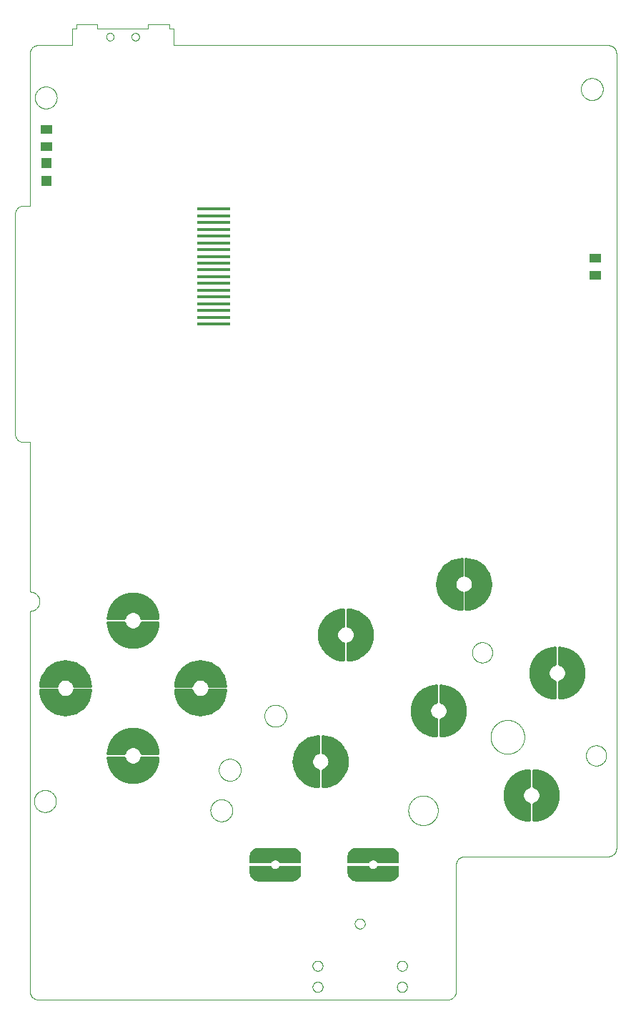
<source format=gtp>
G75*
%MOIN*%
%OFA0B0*%
%FSLAX25Y25*%
%IPPOS*%
%LPD*%
%AMOC8*
5,1,8,0,0,1.08239X$1,22.5*
%
%ADD10C,0.00000*%
%ADD11C,0.00039*%
%ADD12R,0.05512X0.04331*%
%ADD13R,0.15748X0.01575*%
%ADD14C,0.01000*%
%ADD15C,0.00300*%
%ADD16R,0.04724X0.04724*%
D10*
X0029320Y0023079D02*
X0029320Y0200244D01*
X0029453Y0200246D01*
X0029586Y0200252D01*
X0029718Y0200262D01*
X0029851Y0200275D01*
X0029982Y0200293D01*
X0030114Y0200314D01*
X0030244Y0200339D01*
X0030374Y0200368D01*
X0030503Y0200401D01*
X0030630Y0200438D01*
X0030757Y0200478D01*
X0030883Y0200522D01*
X0031007Y0200570D01*
X0031129Y0200621D01*
X0031250Y0200676D01*
X0031370Y0200735D01*
X0031487Y0200796D01*
X0031603Y0200862D01*
X0031717Y0200930D01*
X0031829Y0201002D01*
X0031938Y0201078D01*
X0032046Y0201156D01*
X0032151Y0201238D01*
X0032253Y0201322D01*
X0032353Y0201410D01*
X0032451Y0201500D01*
X0032545Y0201594D01*
X0032637Y0201690D01*
X0032726Y0201789D01*
X0032812Y0201890D01*
X0032895Y0201994D01*
X0032975Y0202100D01*
X0033052Y0202208D01*
X0033126Y0202319D01*
X0033196Y0202432D01*
X0033263Y0202546D01*
X0033327Y0202663D01*
X0033387Y0202782D01*
X0033444Y0202902D01*
X0033497Y0203024D01*
X0033546Y0203147D01*
X0033592Y0203272D01*
X0033635Y0203398D01*
X0033673Y0203525D01*
X0033708Y0203654D01*
X0033739Y0203783D01*
X0033766Y0203913D01*
X0033789Y0204044D01*
X0033809Y0204175D01*
X0033824Y0204308D01*
X0033836Y0204440D01*
X0033844Y0204573D01*
X0033848Y0204706D01*
X0033848Y0204838D01*
X0033844Y0204971D01*
X0033836Y0205104D01*
X0033824Y0205236D01*
X0033809Y0205369D01*
X0033789Y0205500D01*
X0033766Y0205631D01*
X0033739Y0205761D01*
X0033708Y0205890D01*
X0033673Y0206019D01*
X0033635Y0206146D01*
X0033592Y0206272D01*
X0033546Y0206397D01*
X0033497Y0206520D01*
X0033444Y0206642D01*
X0033387Y0206762D01*
X0033327Y0206881D01*
X0033263Y0206998D01*
X0033196Y0207112D01*
X0033126Y0207225D01*
X0033052Y0207336D01*
X0032975Y0207444D01*
X0032895Y0207550D01*
X0032812Y0207654D01*
X0032726Y0207755D01*
X0032637Y0207854D01*
X0032545Y0207950D01*
X0032451Y0208044D01*
X0032353Y0208134D01*
X0032253Y0208222D01*
X0032151Y0208306D01*
X0032046Y0208388D01*
X0031938Y0208466D01*
X0031829Y0208542D01*
X0031717Y0208614D01*
X0031603Y0208682D01*
X0031487Y0208748D01*
X0031370Y0208809D01*
X0031250Y0208868D01*
X0031129Y0208923D01*
X0031007Y0208974D01*
X0030883Y0209022D01*
X0030757Y0209066D01*
X0030630Y0209106D01*
X0030503Y0209143D01*
X0030374Y0209176D01*
X0030244Y0209205D01*
X0030114Y0209230D01*
X0029982Y0209251D01*
X0029851Y0209269D01*
X0029718Y0209282D01*
X0029586Y0209292D01*
X0029453Y0209298D01*
X0029320Y0209300D01*
X0029320Y0209299D02*
X0029320Y0278984D01*
X0026367Y0278984D01*
X0026243Y0278986D01*
X0026120Y0278992D01*
X0025996Y0279001D01*
X0025874Y0279015D01*
X0025751Y0279032D01*
X0025629Y0279054D01*
X0025508Y0279079D01*
X0025388Y0279108D01*
X0025269Y0279140D01*
X0025150Y0279177D01*
X0025033Y0279217D01*
X0024918Y0279260D01*
X0024803Y0279308D01*
X0024691Y0279359D01*
X0024580Y0279413D01*
X0024470Y0279471D01*
X0024363Y0279532D01*
X0024257Y0279597D01*
X0024154Y0279665D01*
X0024053Y0279736D01*
X0023954Y0279810D01*
X0023857Y0279887D01*
X0023763Y0279968D01*
X0023672Y0280051D01*
X0023583Y0280137D01*
X0023497Y0280226D01*
X0023414Y0280317D01*
X0023333Y0280411D01*
X0023256Y0280508D01*
X0023182Y0280607D01*
X0023111Y0280708D01*
X0023043Y0280811D01*
X0022978Y0280917D01*
X0022917Y0281024D01*
X0022859Y0281134D01*
X0022805Y0281245D01*
X0022754Y0281357D01*
X0022706Y0281472D01*
X0022663Y0281587D01*
X0022623Y0281704D01*
X0022586Y0281823D01*
X0022554Y0281942D01*
X0022525Y0282062D01*
X0022500Y0282183D01*
X0022478Y0282305D01*
X0022461Y0282428D01*
X0022447Y0282550D01*
X0022438Y0282674D01*
X0022432Y0282797D01*
X0022430Y0282921D01*
X0022430Y0385283D01*
X0022432Y0385407D01*
X0022438Y0385530D01*
X0022447Y0385654D01*
X0022461Y0385776D01*
X0022478Y0385899D01*
X0022500Y0386021D01*
X0022525Y0386142D01*
X0022554Y0386262D01*
X0022586Y0386381D01*
X0022623Y0386500D01*
X0022663Y0386617D01*
X0022706Y0386732D01*
X0022754Y0386847D01*
X0022805Y0386959D01*
X0022859Y0387070D01*
X0022917Y0387180D01*
X0022978Y0387287D01*
X0023043Y0387393D01*
X0023111Y0387496D01*
X0023182Y0387597D01*
X0023256Y0387696D01*
X0023333Y0387793D01*
X0023414Y0387887D01*
X0023497Y0387978D01*
X0023583Y0388067D01*
X0023672Y0388153D01*
X0023763Y0388236D01*
X0023857Y0388317D01*
X0023954Y0388394D01*
X0024053Y0388468D01*
X0024154Y0388539D01*
X0024257Y0388607D01*
X0024363Y0388672D01*
X0024470Y0388733D01*
X0024580Y0388791D01*
X0024691Y0388845D01*
X0024803Y0388896D01*
X0024918Y0388944D01*
X0025033Y0388987D01*
X0025150Y0389027D01*
X0025269Y0389064D01*
X0025388Y0389096D01*
X0025508Y0389125D01*
X0025629Y0389150D01*
X0025751Y0389172D01*
X0025874Y0389189D01*
X0025996Y0389203D01*
X0026120Y0389212D01*
X0026243Y0389218D01*
X0026367Y0389220D01*
X0029320Y0389220D01*
X0029320Y0460087D01*
X0029322Y0460211D01*
X0029328Y0460334D01*
X0029337Y0460458D01*
X0029351Y0460580D01*
X0029368Y0460703D01*
X0029390Y0460825D01*
X0029415Y0460946D01*
X0029444Y0461066D01*
X0029476Y0461185D01*
X0029513Y0461304D01*
X0029553Y0461421D01*
X0029596Y0461536D01*
X0029644Y0461651D01*
X0029695Y0461763D01*
X0029749Y0461874D01*
X0029807Y0461984D01*
X0029868Y0462091D01*
X0029933Y0462197D01*
X0030001Y0462300D01*
X0030072Y0462401D01*
X0030146Y0462500D01*
X0030223Y0462597D01*
X0030304Y0462691D01*
X0030387Y0462782D01*
X0030473Y0462871D01*
X0030562Y0462957D01*
X0030653Y0463040D01*
X0030747Y0463121D01*
X0030844Y0463198D01*
X0030943Y0463272D01*
X0031044Y0463343D01*
X0031147Y0463411D01*
X0031253Y0463476D01*
X0031360Y0463537D01*
X0031470Y0463595D01*
X0031581Y0463649D01*
X0031693Y0463700D01*
X0031808Y0463748D01*
X0031923Y0463791D01*
X0032040Y0463831D01*
X0032159Y0463868D01*
X0032278Y0463900D01*
X0032398Y0463929D01*
X0032519Y0463954D01*
X0032641Y0463976D01*
X0032764Y0463993D01*
X0032886Y0464007D01*
X0033010Y0464016D01*
X0033133Y0464022D01*
X0033257Y0464024D01*
X0049005Y0464024D01*
X0049005Y0471898D01*
X0050974Y0471898D01*
X0050974Y0473866D01*
X0060816Y0473866D01*
X0060816Y0471898D01*
X0084438Y0471898D01*
X0084438Y0473866D01*
X0094281Y0473866D01*
X0094281Y0471898D01*
X0096249Y0471898D01*
X0096249Y0464024D01*
X0299005Y0464024D01*
X0299129Y0464022D01*
X0299252Y0464016D01*
X0299376Y0464007D01*
X0299498Y0463993D01*
X0299621Y0463976D01*
X0299743Y0463954D01*
X0299864Y0463929D01*
X0299984Y0463900D01*
X0300103Y0463868D01*
X0300222Y0463831D01*
X0300339Y0463791D01*
X0300454Y0463748D01*
X0300569Y0463700D01*
X0300681Y0463649D01*
X0300792Y0463595D01*
X0300902Y0463537D01*
X0301009Y0463476D01*
X0301115Y0463411D01*
X0301218Y0463343D01*
X0301319Y0463272D01*
X0301418Y0463198D01*
X0301515Y0463121D01*
X0301609Y0463040D01*
X0301700Y0462957D01*
X0301789Y0462871D01*
X0301875Y0462782D01*
X0301958Y0462691D01*
X0302039Y0462597D01*
X0302116Y0462500D01*
X0302190Y0462401D01*
X0302261Y0462300D01*
X0302329Y0462197D01*
X0302394Y0462091D01*
X0302455Y0461984D01*
X0302513Y0461874D01*
X0302567Y0461763D01*
X0302618Y0461651D01*
X0302666Y0461536D01*
X0302709Y0461421D01*
X0302749Y0461304D01*
X0302786Y0461185D01*
X0302818Y0461066D01*
X0302847Y0460946D01*
X0302872Y0460825D01*
X0302894Y0460703D01*
X0302911Y0460580D01*
X0302925Y0460458D01*
X0302934Y0460334D01*
X0302940Y0460211D01*
X0302942Y0460087D01*
X0302942Y0089811D01*
X0302940Y0089687D01*
X0302934Y0089564D01*
X0302925Y0089440D01*
X0302911Y0089318D01*
X0302894Y0089195D01*
X0302872Y0089073D01*
X0302847Y0088952D01*
X0302818Y0088832D01*
X0302786Y0088713D01*
X0302749Y0088594D01*
X0302709Y0088477D01*
X0302666Y0088362D01*
X0302618Y0088247D01*
X0302567Y0088135D01*
X0302513Y0088024D01*
X0302455Y0087914D01*
X0302394Y0087807D01*
X0302329Y0087701D01*
X0302261Y0087598D01*
X0302190Y0087497D01*
X0302116Y0087398D01*
X0302039Y0087301D01*
X0301958Y0087207D01*
X0301875Y0087116D01*
X0301789Y0087027D01*
X0301700Y0086941D01*
X0301609Y0086858D01*
X0301515Y0086777D01*
X0301418Y0086700D01*
X0301319Y0086626D01*
X0301218Y0086555D01*
X0301115Y0086487D01*
X0301009Y0086422D01*
X0300902Y0086361D01*
X0300792Y0086303D01*
X0300681Y0086249D01*
X0300569Y0086198D01*
X0300454Y0086150D01*
X0300339Y0086107D01*
X0300222Y0086067D01*
X0300103Y0086030D01*
X0299984Y0085998D01*
X0299864Y0085969D01*
X0299743Y0085944D01*
X0299621Y0085922D01*
X0299498Y0085905D01*
X0299376Y0085891D01*
X0299252Y0085882D01*
X0299129Y0085876D01*
X0299005Y0085874D01*
X0232076Y0085874D01*
X0231952Y0085872D01*
X0231829Y0085866D01*
X0231705Y0085857D01*
X0231583Y0085843D01*
X0231460Y0085826D01*
X0231338Y0085804D01*
X0231217Y0085779D01*
X0231097Y0085750D01*
X0230978Y0085718D01*
X0230859Y0085681D01*
X0230742Y0085641D01*
X0230627Y0085598D01*
X0230512Y0085550D01*
X0230400Y0085499D01*
X0230289Y0085445D01*
X0230179Y0085387D01*
X0230072Y0085326D01*
X0229966Y0085261D01*
X0229863Y0085193D01*
X0229762Y0085122D01*
X0229663Y0085048D01*
X0229566Y0084971D01*
X0229472Y0084890D01*
X0229381Y0084807D01*
X0229292Y0084721D01*
X0229206Y0084632D01*
X0229123Y0084541D01*
X0229042Y0084447D01*
X0228965Y0084350D01*
X0228891Y0084251D01*
X0228820Y0084150D01*
X0228752Y0084047D01*
X0228687Y0083941D01*
X0228626Y0083834D01*
X0228568Y0083724D01*
X0228514Y0083613D01*
X0228463Y0083501D01*
X0228415Y0083386D01*
X0228372Y0083271D01*
X0228332Y0083154D01*
X0228295Y0083035D01*
X0228263Y0082916D01*
X0228234Y0082796D01*
X0228209Y0082675D01*
X0228187Y0082553D01*
X0228170Y0082430D01*
X0228156Y0082308D01*
X0228147Y0082184D01*
X0228141Y0082061D01*
X0228139Y0081937D01*
X0228139Y0023079D01*
X0228137Y0022955D01*
X0228131Y0022832D01*
X0228122Y0022708D01*
X0228108Y0022586D01*
X0228091Y0022463D01*
X0228069Y0022341D01*
X0228044Y0022220D01*
X0228015Y0022100D01*
X0227983Y0021981D01*
X0227946Y0021862D01*
X0227906Y0021745D01*
X0227863Y0021630D01*
X0227815Y0021515D01*
X0227764Y0021403D01*
X0227710Y0021292D01*
X0227652Y0021182D01*
X0227591Y0021075D01*
X0227526Y0020969D01*
X0227458Y0020866D01*
X0227387Y0020765D01*
X0227313Y0020666D01*
X0227236Y0020569D01*
X0227155Y0020475D01*
X0227072Y0020384D01*
X0226986Y0020295D01*
X0226897Y0020209D01*
X0226806Y0020126D01*
X0226712Y0020045D01*
X0226615Y0019968D01*
X0226516Y0019894D01*
X0226415Y0019823D01*
X0226312Y0019755D01*
X0226206Y0019690D01*
X0226099Y0019629D01*
X0225989Y0019571D01*
X0225878Y0019517D01*
X0225766Y0019466D01*
X0225651Y0019418D01*
X0225536Y0019375D01*
X0225419Y0019335D01*
X0225300Y0019298D01*
X0225181Y0019266D01*
X0225061Y0019237D01*
X0224940Y0019212D01*
X0224818Y0019190D01*
X0224695Y0019173D01*
X0224573Y0019159D01*
X0224449Y0019150D01*
X0224326Y0019144D01*
X0224202Y0019142D01*
X0033257Y0019142D01*
X0033133Y0019144D01*
X0033010Y0019150D01*
X0032886Y0019159D01*
X0032764Y0019173D01*
X0032641Y0019190D01*
X0032519Y0019212D01*
X0032398Y0019237D01*
X0032278Y0019266D01*
X0032159Y0019298D01*
X0032040Y0019335D01*
X0031923Y0019375D01*
X0031808Y0019418D01*
X0031693Y0019466D01*
X0031581Y0019517D01*
X0031470Y0019571D01*
X0031360Y0019629D01*
X0031253Y0019690D01*
X0031147Y0019755D01*
X0031044Y0019823D01*
X0030943Y0019894D01*
X0030844Y0019968D01*
X0030747Y0020045D01*
X0030653Y0020126D01*
X0030562Y0020209D01*
X0030473Y0020295D01*
X0030387Y0020384D01*
X0030304Y0020475D01*
X0030223Y0020569D01*
X0030146Y0020666D01*
X0030072Y0020765D01*
X0030001Y0020866D01*
X0029933Y0020969D01*
X0029868Y0021075D01*
X0029807Y0021182D01*
X0029749Y0021292D01*
X0029695Y0021403D01*
X0029644Y0021515D01*
X0029596Y0021630D01*
X0029553Y0021745D01*
X0029513Y0021862D01*
X0029476Y0021981D01*
X0029444Y0022100D01*
X0029415Y0022220D01*
X0029390Y0022341D01*
X0029368Y0022463D01*
X0029351Y0022586D01*
X0029337Y0022708D01*
X0029328Y0022832D01*
X0029322Y0022955D01*
X0029320Y0023079D01*
X0161210Y0025047D02*
X0161212Y0025144D01*
X0161218Y0025241D01*
X0161228Y0025337D01*
X0161242Y0025433D01*
X0161260Y0025529D01*
X0161281Y0025623D01*
X0161307Y0025717D01*
X0161336Y0025809D01*
X0161370Y0025900D01*
X0161406Y0025990D01*
X0161447Y0026078D01*
X0161491Y0026164D01*
X0161539Y0026249D01*
X0161590Y0026331D01*
X0161644Y0026412D01*
X0161702Y0026490D01*
X0161763Y0026565D01*
X0161826Y0026638D01*
X0161893Y0026709D01*
X0161963Y0026776D01*
X0162035Y0026841D01*
X0162110Y0026902D01*
X0162188Y0026961D01*
X0162267Y0027016D01*
X0162349Y0027068D01*
X0162433Y0027116D01*
X0162519Y0027161D01*
X0162607Y0027203D01*
X0162696Y0027241D01*
X0162787Y0027275D01*
X0162879Y0027305D01*
X0162972Y0027332D01*
X0163067Y0027354D01*
X0163162Y0027373D01*
X0163258Y0027388D01*
X0163354Y0027399D01*
X0163451Y0027406D01*
X0163548Y0027409D01*
X0163645Y0027408D01*
X0163742Y0027403D01*
X0163838Y0027394D01*
X0163934Y0027381D01*
X0164030Y0027364D01*
X0164125Y0027343D01*
X0164218Y0027319D01*
X0164311Y0027290D01*
X0164403Y0027258D01*
X0164493Y0027222D01*
X0164581Y0027183D01*
X0164668Y0027139D01*
X0164753Y0027093D01*
X0164836Y0027042D01*
X0164917Y0026989D01*
X0164995Y0026932D01*
X0165072Y0026872D01*
X0165145Y0026809D01*
X0165216Y0026743D01*
X0165284Y0026674D01*
X0165350Y0026602D01*
X0165412Y0026528D01*
X0165471Y0026451D01*
X0165527Y0026372D01*
X0165580Y0026290D01*
X0165630Y0026207D01*
X0165675Y0026121D01*
X0165718Y0026034D01*
X0165757Y0025945D01*
X0165792Y0025855D01*
X0165823Y0025763D01*
X0165850Y0025670D01*
X0165874Y0025576D01*
X0165894Y0025481D01*
X0165910Y0025385D01*
X0165922Y0025289D01*
X0165930Y0025192D01*
X0165934Y0025095D01*
X0165934Y0024999D01*
X0165930Y0024902D01*
X0165922Y0024805D01*
X0165910Y0024709D01*
X0165894Y0024613D01*
X0165874Y0024518D01*
X0165850Y0024424D01*
X0165823Y0024331D01*
X0165792Y0024239D01*
X0165757Y0024149D01*
X0165718Y0024060D01*
X0165675Y0023973D01*
X0165630Y0023887D01*
X0165580Y0023804D01*
X0165527Y0023722D01*
X0165471Y0023643D01*
X0165412Y0023566D01*
X0165350Y0023492D01*
X0165284Y0023420D01*
X0165216Y0023351D01*
X0165145Y0023285D01*
X0165072Y0023222D01*
X0164995Y0023162D01*
X0164917Y0023105D01*
X0164836Y0023052D01*
X0164753Y0023001D01*
X0164668Y0022955D01*
X0164581Y0022911D01*
X0164493Y0022872D01*
X0164403Y0022836D01*
X0164311Y0022804D01*
X0164218Y0022775D01*
X0164125Y0022751D01*
X0164030Y0022730D01*
X0163934Y0022713D01*
X0163838Y0022700D01*
X0163742Y0022691D01*
X0163645Y0022686D01*
X0163548Y0022685D01*
X0163451Y0022688D01*
X0163354Y0022695D01*
X0163258Y0022706D01*
X0163162Y0022721D01*
X0163067Y0022740D01*
X0162972Y0022762D01*
X0162879Y0022789D01*
X0162787Y0022819D01*
X0162696Y0022853D01*
X0162607Y0022891D01*
X0162519Y0022933D01*
X0162433Y0022978D01*
X0162349Y0023026D01*
X0162267Y0023078D01*
X0162188Y0023133D01*
X0162110Y0023192D01*
X0162035Y0023253D01*
X0161963Y0023318D01*
X0161893Y0023385D01*
X0161826Y0023456D01*
X0161763Y0023529D01*
X0161702Y0023604D01*
X0161644Y0023682D01*
X0161590Y0023763D01*
X0161539Y0023845D01*
X0161491Y0023930D01*
X0161447Y0024016D01*
X0161406Y0024104D01*
X0161370Y0024194D01*
X0161336Y0024285D01*
X0161307Y0024377D01*
X0161281Y0024471D01*
X0161260Y0024565D01*
X0161242Y0024661D01*
X0161228Y0024757D01*
X0161218Y0024853D01*
X0161212Y0024950D01*
X0161210Y0025047D01*
X0161210Y0034890D02*
X0161212Y0034987D01*
X0161218Y0035084D01*
X0161228Y0035180D01*
X0161242Y0035276D01*
X0161260Y0035372D01*
X0161281Y0035466D01*
X0161307Y0035560D01*
X0161336Y0035652D01*
X0161370Y0035743D01*
X0161406Y0035833D01*
X0161447Y0035921D01*
X0161491Y0036007D01*
X0161539Y0036092D01*
X0161590Y0036174D01*
X0161644Y0036255D01*
X0161702Y0036333D01*
X0161763Y0036408D01*
X0161826Y0036481D01*
X0161893Y0036552D01*
X0161963Y0036619D01*
X0162035Y0036684D01*
X0162110Y0036745D01*
X0162188Y0036804D01*
X0162267Y0036859D01*
X0162349Y0036911D01*
X0162433Y0036959D01*
X0162519Y0037004D01*
X0162607Y0037046D01*
X0162696Y0037084D01*
X0162787Y0037118D01*
X0162879Y0037148D01*
X0162972Y0037175D01*
X0163067Y0037197D01*
X0163162Y0037216D01*
X0163258Y0037231D01*
X0163354Y0037242D01*
X0163451Y0037249D01*
X0163548Y0037252D01*
X0163645Y0037251D01*
X0163742Y0037246D01*
X0163838Y0037237D01*
X0163934Y0037224D01*
X0164030Y0037207D01*
X0164125Y0037186D01*
X0164218Y0037162D01*
X0164311Y0037133D01*
X0164403Y0037101D01*
X0164493Y0037065D01*
X0164581Y0037026D01*
X0164668Y0036982D01*
X0164753Y0036936D01*
X0164836Y0036885D01*
X0164917Y0036832D01*
X0164995Y0036775D01*
X0165072Y0036715D01*
X0165145Y0036652D01*
X0165216Y0036586D01*
X0165284Y0036517D01*
X0165350Y0036445D01*
X0165412Y0036371D01*
X0165471Y0036294D01*
X0165527Y0036215D01*
X0165580Y0036133D01*
X0165630Y0036050D01*
X0165675Y0035964D01*
X0165718Y0035877D01*
X0165757Y0035788D01*
X0165792Y0035698D01*
X0165823Y0035606D01*
X0165850Y0035513D01*
X0165874Y0035419D01*
X0165894Y0035324D01*
X0165910Y0035228D01*
X0165922Y0035132D01*
X0165930Y0035035D01*
X0165934Y0034938D01*
X0165934Y0034842D01*
X0165930Y0034745D01*
X0165922Y0034648D01*
X0165910Y0034552D01*
X0165894Y0034456D01*
X0165874Y0034361D01*
X0165850Y0034267D01*
X0165823Y0034174D01*
X0165792Y0034082D01*
X0165757Y0033992D01*
X0165718Y0033903D01*
X0165675Y0033816D01*
X0165630Y0033730D01*
X0165580Y0033647D01*
X0165527Y0033565D01*
X0165471Y0033486D01*
X0165412Y0033409D01*
X0165350Y0033335D01*
X0165284Y0033263D01*
X0165216Y0033194D01*
X0165145Y0033128D01*
X0165072Y0033065D01*
X0164995Y0033005D01*
X0164917Y0032948D01*
X0164836Y0032895D01*
X0164753Y0032844D01*
X0164668Y0032798D01*
X0164581Y0032754D01*
X0164493Y0032715D01*
X0164403Y0032679D01*
X0164311Y0032647D01*
X0164218Y0032618D01*
X0164125Y0032594D01*
X0164030Y0032573D01*
X0163934Y0032556D01*
X0163838Y0032543D01*
X0163742Y0032534D01*
X0163645Y0032529D01*
X0163548Y0032528D01*
X0163451Y0032531D01*
X0163354Y0032538D01*
X0163258Y0032549D01*
X0163162Y0032564D01*
X0163067Y0032583D01*
X0162972Y0032605D01*
X0162879Y0032632D01*
X0162787Y0032662D01*
X0162696Y0032696D01*
X0162607Y0032734D01*
X0162519Y0032776D01*
X0162433Y0032821D01*
X0162349Y0032869D01*
X0162267Y0032921D01*
X0162188Y0032976D01*
X0162110Y0033035D01*
X0162035Y0033096D01*
X0161963Y0033161D01*
X0161893Y0033228D01*
X0161826Y0033299D01*
X0161763Y0033372D01*
X0161702Y0033447D01*
X0161644Y0033525D01*
X0161590Y0033606D01*
X0161539Y0033688D01*
X0161491Y0033773D01*
X0161447Y0033859D01*
X0161406Y0033947D01*
X0161370Y0034037D01*
X0161336Y0034128D01*
X0161307Y0034220D01*
X0161281Y0034314D01*
X0161260Y0034408D01*
X0161242Y0034504D01*
X0161228Y0034600D01*
X0161218Y0034696D01*
X0161212Y0034793D01*
X0161210Y0034890D01*
X0180895Y0054575D02*
X0180897Y0054672D01*
X0180903Y0054769D01*
X0180913Y0054865D01*
X0180927Y0054961D01*
X0180945Y0055057D01*
X0180966Y0055151D01*
X0180992Y0055245D01*
X0181021Y0055337D01*
X0181055Y0055428D01*
X0181091Y0055518D01*
X0181132Y0055606D01*
X0181176Y0055692D01*
X0181224Y0055777D01*
X0181275Y0055859D01*
X0181329Y0055940D01*
X0181387Y0056018D01*
X0181448Y0056093D01*
X0181511Y0056166D01*
X0181578Y0056237D01*
X0181648Y0056304D01*
X0181720Y0056369D01*
X0181795Y0056430D01*
X0181873Y0056489D01*
X0181952Y0056544D01*
X0182034Y0056596D01*
X0182118Y0056644D01*
X0182204Y0056689D01*
X0182292Y0056731D01*
X0182381Y0056769D01*
X0182472Y0056803D01*
X0182564Y0056833D01*
X0182657Y0056860D01*
X0182752Y0056882D01*
X0182847Y0056901D01*
X0182943Y0056916D01*
X0183039Y0056927D01*
X0183136Y0056934D01*
X0183233Y0056937D01*
X0183330Y0056936D01*
X0183427Y0056931D01*
X0183523Y0056922D01*
X0183619Y0056909D01*
X0183715Y0056892D01*
X0183810Y0056871D01*
X0183903Y0056847D01*
X0183996Y0056818D01*
X0184088Y0056786D01*
X0184178Y0056750D01*
X0184266Y0056711D01*
X0184353Y0056667D01*
X0184438Y0056621D01*
X0184521Y0056570D01*
X0184602Y0056517D01*
X0184680Y0056460D01*
X0184757Y0056400D01*
X0184830Y0056337D01*
X0184901Y0056271D01*
X0184969Y0056202D01*
X0185035Y0056130D01*
X0185097Y0056056D01*
X0185156Y0055979D01*
X0185212Y0055900D01*
X0185265Y0055818D01*
X0185315Y0055735D01*
X0185360Y0055649D01*
X0185403Y0055562D01*
X0185442Y0055473D01*
X0185477Y0055383D01*
X0185508Y0055291D01*
X0185535Y0055198D01*
X0185559Y0055104D01*
X0185579Y0055009D01*
X0185595Y0054913D01*
X0185607Y0054817D01*
X0185615Y0054720D01*
X0185619Y0054623D01*
X0185619Y0054527D01*
X0185615Y0054430D01*
X0185607Y0054333D01*
X0185595Y0054237D01*
X0185579Y0054141D01*
X0185559Y0054046D01*
X0185535Y0053952D01*
X0185508Y0053859D01*
X0185477Y0053767D01*
X0185442Y0053677D01*
X0185403Y0053588D01*
X0185360Y0053501D01*
X0185315Y0053415D01*
X0185265Y0053332D01*
X0185212Y0053250D01*
X0185156Y0053171D01*
X0185097Y0053094D01*
X0185035Y0053020D01*
X0184969Y0052948D01*
X0184901Y0052879D01*
X0184830Y0052813D01*
X0184757Y0052750D01*
X0184680Y0052690D01*
X0184602Y0052633D01*
X0184521Y0052580D01*
X0184438Y0052529D01*
X0184353Y0052483D01*
X0184266Y0052439D01*
X0184178Y0052400D01*
X0184088Y0052364D01*
X0183996Y0052332D01*
X0183903Y0052303D01*
X0183810Y0052279D01*
X0183715Y0052258D01*
X0183619Y0052241D01*
X0183523Y0052228D01*
X0183427Y0052219D01*
X0183330Y0052214D01*
X0183233Y0052213D01*
X0183136Y0052216D01*
X0183039Y0052223D01*
X0182943Y0052234D01*
X0182847Y0052249D01*
X0182752Y0052268D01*
X0182657Y0052290D01*
X0182564Y0052317D01*
X0182472Y0052347D01*
X0182381Y0052381D01*
X0182292Y0052419D01*
X0182204Y0052461D01*
X0182118Y0052506D01*
X0182034Y0052554D01*
X0181952Y0052606D01*
X0181873Y0052661D01*
X0181795Y0052720D01*
X0181720Y0052781D01*
X0181648Y0052846D01*
X0181578Y0052913D01*
X0181511Y0052984D01*
X0181448Y0053057D01*
X0181387Y0053132D01*
X0181329Y0053210D01*
X0181275Y0053291D01*
X0181224Y0053373D01*
X0181176Y0053458D01*
X0181132Y0053544D01*
X0181091Y0053632D01*
X0181055Y0053722D01*
X0181021Y0053813D01*
X0180992Y0053905D01*
X0180966Y0053999D01*
X0180945Y0054093D01*
X0180927Y0054189D01*
X0180913Y0054285D01*
X0180903Y0054381D01*
X0180897Y0054478D01*
X0180895Y0054575D01*
X0200580Y0034890D02*
X0200582Y0034987D01*
X0200588Y0035084D01*
X0200598Y0035180D01*
X0200612Y0035276D01*
X0200630Y0035372D01*
X0200651Y0035466D01*
X0200677Y0035560D01*
X0200706Y0035652D01*
X0200740Y0035743D01*
X0200776Y0035833D01*
X0200817Y0035921D01*
X0200861Y0036007D01*
X0200909Y0036092D01*
X0200960Y0036174D01*
X0201014Y0036255D01*
X0201072Y0036333D01*
X0201133Y0036408D01*
X0201196Y0036481D01*
X0201263Y0036552D01*
X0201333Y0036619D01*
X0201405Y0036684D01*
X0201480Y0036745D01*
X0201558Y0036804D01*
X0201637Y0036859D01*
X0201719Y0036911D01*
X0201803Y0036959D01*
X0201889Y0037004D01*
X0201977Y0037046D01*
X0202066Y0037084D01*
X0202157Y0037118D01*
X0202249Y0037148D01*
X0202342Y0037175D01*
X0202437Y0037197D01*
X0202532Y0037216D01*
X0202628Y0037231D01*
X0202724Y0037242D01*
X0202821Y0037249D01*
X0202918Y0037252D01*
X0203015Y0037251D01*
X0203112Y0037246D01*
X0203208Y0037237D01*
X0203304Y0037224D01*
X0203400Y0037207D01*
X0203495Y0037186D01*
X0203588Y0037162D01*
X0203681Y0037133D01*
X0203773Y0037101D01*
X0203863Y0037065D01*
X0203951Y0037026D01*
X0204038Y0036982D01*
X0204123Y0036936D01*
X0204206Y0036885D01*
X0204287Y0036832D01*
X0204365Y0036775D01*
X0204442Y0036715D01*
X0204515Y0036652D01*
X0204586Y0036586D01*
X0204654Y0036517D01*
X0204720Y0036445D01*
X0204782Y0036371D01*
X0204841Y0036294D01*
X0204897Y0036215D01*
X0204950Y0036133D01*
X0205000Y0036050D01*
X0205045Y0035964D01*
X0205088Y0035877D01*
X0205127Y0035788D01*
X0205162Y0035698D01*
X0205193Y0035606D01*
X0205220Y0035513D01*
X0205244Y0035419D01*
X0205264Y0035324D01*
X0205280Y0035228D01*
X0205292Y0035132D01*
X0205300Y0035035D01*
X0205304Y0034938D01*
X0205304Y0034842D01*
X0205300Y0034745D01*
X0205292Y0034648D01*
X0205280Y0034552D01*
X0205264Y0034456D01*
X0205244Y0034361D01*
X0205220Y0034267D01*
X0205193Y0034174D01*
X0205162Y0034082D01*
X0205127Y0033992D01*
X0205088Y0033903D01*
X0205045Y0033816D01*
X0205000Y0033730D01*
X0204950Y0033647D01*
X0204897Y0033565D01*
X0204841Y0033486D01*
X0204782Y0033409D01*
X0204720Y0033335D01*
X0204654Y0033263D01*
X0204586Y0033194D01*
X0204515Y0033128D01*
X0204442Y0033065D01*
X0204365Y0033005D01*
X0204287Y0032948D01*
X0204206Y0032895D01*
X0204123Y0032844D01*
X0204038Y0032798D01*
X0203951Y0032754D01*
X0203863Y0032715D01*
X0203773Y0032679D01*
X0203681Y0032647D01*
X0203588Y0032618D01*
X0203495Y0032594D01*
X0203400Y0032573D01*
X0203304Y0032556D01*
X0203208Y0032543D01*
X0203112Y0032534D01*
X0203015Y0032529D01*
X0202918Y0032528D01*
X0202821Y0032531D01*
X0202724Y0032538D01*
X0202628Y0032549D01*
X0202532Y0032564D01*
X0202437Y0032583D01*
X0202342Y0032605D01*
X0202249Y0032632D01*
X0202157Y0032662D01*
X0202066Y0032696D01*
X0201977Y0032734D01*
X0201889Y0032776D01*
X0201803Y0032821D01*
X0201719Y0032869D01*
X0201637Y0032921D01*
X0201558Y0032976D01*
X0201480Y0033035D01*
X0201405Y0033096D01*
X0201333Y0033161D01*
X0201263Y0033228D01*
X0201196Y0033299D01*
X0201133Y0033372D01*
X0201072Y0033447D01*
X0201014Y0033525D01*
X0200960Y0033606D01*
X0200909Y0033688D01*
X0200861Y0033773D01*
X0200817Y0033859D01*
X0200776Y0033947D01*
X0200740Y0034037D01*
X0200706Y0034128D01*
X0200677Y0034220D01*
X0200651Y0034314D01*
X0200630Y0034408D01*
X0200612Y0034504D01*
X0200598Y0034600D01*
X0200588Y0034696D01*
X0200582Y0034793D01*
X0200580Y0034890D01*
X0200580Y0025047D02*
X0200582Y0025144D01*
X0200588Y0025241D01*
X0200598Y0025337D01*
X0200612Y0025433D01*
X0200630Y0025529D01*
X0200651Y0025623D01*
X0200677Y0025717D01*
X0200706Y0025809D01*
X0200740Y0025900D01*
X0200776Y0025990D01*
X0200817Y0026078D01*
X0200861Y0026164D01*
X0200909Y0026249D01*
X0200960Y0026331D01*
X0201014Y0026412D01*
X0201072Y0026490D01*
X0201133Y0026565D01*
X0201196Y0026638D01*
X0201263Y0026709D01*
X0201333Y0026776D01*
X0201405Y0026841D01*
X0201480Y0026902D01*
X0201558Y0026961D01*
X0201637Y0027016D01*
X0201719Y0027068D01*
X0201803Y0027116D01*
X0201889Y0027161D01*
X0201977Y0027203D01*
X0202066Y0027241D01*
X0202157Y0027275D01*
X0202249Y0027305D01*
X0202342Y0027332D01*
X0202437Y0027354D01*
X0202532Y0027373D01*
X0202628Y0027388D01*
X0202724Y0027399D01*
X0202821Y0027406D01*
X0202918Y0027409D01*
X0203015Y0027408D01*
X0203112Y0027403D01*
X0203208Y0027394D01*
X0203304Y0027381D01*
X0203400Y0027364D01*
X0203495Y0027343D01*
X0203588Y0027319D01*
X0203681Y0027290D01*
X0203773Y0027258D01*
X0203863Y0027222D01*
X0203951Y0027183D01*
X0204038Y0027139D01*
X0204123Y0027093D01*
X0204206Y0027042D01*
X0204287Y0026989D01*
X0204365Y0026932D01*
X0204442Y0026872D01*
X0204515Y0026809D01*
X0204586Y0026743D01*
X0204654Y0026674D01*
X0204720Y0026602D01*
X0204782Y0026528D01*
X0204841Y0026451D01*
X0204897Y0026372D01*
X0204950Y0026290D01*
X0205000Y0026207D01*
X0205045Y0026121D01*
X0205088Y0026034D01*
X0205127Y0025945D01*
X0205162Y0025855D01*
X0205193Y0025763D01*
X0205220Y0025670D01*
X0205244Y0025576D01*
X0205264Y0025481D01*
X0205280Y0025385D01*
X0205292Y0025289D01*
X0205300Y0025192D01*
X0205304Y0025095D01*
X0205304Y0024999D01*
X0205300Y0024902D01*
X0205292Y0024805D01*
X0205280Y0024709D01*
X0205264Y0024613D01*
X0205244Y0024518D01*
X0205220Y0024424D01*
X0205193Y0024331D01*
X0205162Y0024239D01*
X0205127Y0024149D01*
X0205088Y0024060D01*
X0205045Y0023973D01*
X0205000Y0023887D01*
X0204950Y0023804D01*
X0204897Y0023722D01*
X0204841Y0023643D01*
X0204782Y0023566D01*
X0204720Y0023492D01*
X0204654Y0023420D01*
X0204586Y0023351D01*
X0204515Y0023285D01*
X0204442Y0023222D01*
X0204365Y0023162D01*
X0204287Y0023105D01*
X0204206Y0023052D01*
X0204123Y0023001D01*
X0204038Y0022955D01*
X0203951Y0022911D01*
X0203863Y0022872D01*
X0203773Y0022836D01*
X0203681Y0022804D01*
X0203588Y0022775D01*
X0203495Y0022751D01*
X0203400Y0022730D01*
X0203304Y0022713D01*
X0203208Y0022700D01*
X0203112Y0022691D01*
X0203015Y0022686D01*
X0202918Y0022685D01*
X0202821Y0022688D01*
X0202724Y0022695D01*
X0202628Y0022706D01*
X0202532Y0022721D01*
X0202437Y0022740D01*
X0202342Y0022762D01*
X0202249Y0022789D01*
X0202157Y0022819D01*
X0202066Y0022853D01*
X0201977Y0022891D01*
X0201889Y0022933D01*
X0201803Y0022978D01*
X0201719Y0023026D01*
X0201637Y0023078D01*
X0201558Y0023133D01*
X0201480Y0023192D01*
X0201405Y0023253D01*
X0201333Y0023318D01*
X0201263Y0023385D01*
X0201196Y0023456D01*
X0201133Y0023529D01*
X0201072Y0023604D01*
X0201014Y0023682D01*
X0200960Y0023763D01*
X0200909Y0023845D01*
X0200861Y0023930D01*
X0200817Y0024016D01*
X0200776Y0024104D01*
X0200740Y0024194D01*
X0200706Y0024285D01*
X0200677Y0024377D01*
X0200651Y0024471D01*
X0200630Y0024565D01*
X0200612Y0024661D01*
X0200598Y0024757D01*
X0200588Y0024853D01*
X0200582Y0024950D01*
X0200580Y0025047D01*
X0076761Y0467961D02*
X0076763Y0468045D01*
X0076769Y0468128D01*
X0076779Y0468211D01*
X0076793Y0468294D01*
X0076810Y0468376D01*
X0076832Y0468457D01*
X0076857Y0468536D01*
X0076886Y0468615D01*
X0076919Y0468692D01*
X0076955Y0468767D01*
X0076995Y0468841D01*
X0077038Y0468913D01*
X0077085Y0468982D01*
X0077135Y0469049D01*
X0077188Y0469114D01*
X0077244Y0469176D01*
X0077302Y0469236D01*
X0077364Y0469293D01*
X0077428Y0469346D01*
X0077495Y0469397D01*
X0077564Y0469444D01*
X0077635Y0469489D01*
X0077708Y0469529D01*
X0077783Y0469566D01*
X0077860Y0469600D01*
X0077938Y0469630D01*
X0078017Y0469656D01*
X0078098Y0469679D01*
X0078180Y0469697D01*
X0078262Y0469712D01*
X0078345Y0469723D01*
X0078428Y0469730D01*
X0078512Y0469733D01*
X0078596Y0469732D01*
X0078679Y0469727D01*
X0078763Y0469718D01*
X0078845Y0469705D01*
X0078927Y0469689D01*
X0079008Y0469668D01*
X0079089Y0469644D01*
X0079167Y0469616D01*
X0079245Y0469584D01*
X0079321Y0469548D01*
X0079395Y0469509D01*
X0079467Y0469467D01*
X0079537Y0469421D01*
X0079605Y0469372D01*
X0079670Y0469320D01*
X0079733Y0469265D01*
X0079793Y0469207D01*
X0079851Y0469146D01*
X0079905Y0469082D01*
X0079957Y0469016D01*
X0080005Y0468948D01*
X0080050Y0468877D01*
X0080091Y0468804D01*
X0080130Y0468730D01*
X0080164Y0468654D01*
X0080195Y0468576D01*
X0080222Y0468497D01*
X0080246Y0468416D01*
X0080265Y0468335D01*
X0080281Y0468253D01*
X0080293Y0468170D01*
X0080301Y0468086D01*
X0080305Y0468003D01*
X0080305Y0467919D01*
X0080301Y0467836D01*
X0080293Y0467752D01*
X0080281Y0467669D01*
X0080265Y0467587D01*
X0080246Y0467506D01*
X0080222Y0467425D01*
X0080195Y0467346D01*
X0080164Y0467268D01*
X0080130Y0467192D01*
X0080091Y0467118D01*
X0080050Y0467045D01*
X0080005Y0466974D01*
X0079957Y0466906D01*
X0079905Y0466840D01*
X0079851Y0466776D01*
X0079793Y0466715D01*
X0079733Y0466657D01*
X0079670Y0466602D01*
X0079605Y0466550D01*
X0079537Y0466501D01*
X0079467Y0466455D01*
X0079395Y0466413D01*
X0079321Y0466374D01*
X0079245Y0466338D01*
X0079167Y0466306D01*
X0079089Y0466278D01*
X0079008Y0466254D01*
X0078927Y0466233D01*
X0078845Y0466217D01*
X0078763Y0466204D01*
X0078679Y0466195D01*
X0078596Y0466190D01*
X0078512Y0466189D01*
X0078428Y0466192D01*
X0078345Y0466199D01*
X0078262Y0466210D01*
X0078180Y0466225D01*
X0078098Y0466243D01*
X0078017Y0466266D01*
X0077938Y0466292D01*
X0077860Y0466322D01*
X0077783Y0466356D01*
X0077708Y0466393D01*
X0077635Y0466433D01*
X0077564Y0466478D01*
X0077495Y0466525D01*
X0077428Y0466576D01*
X0077364Y0466629D01*
X0077302Y0466686D01*
X0077244Y0466746D01*
X0077188Y0466808D01*
X0077135Y0466873D01*
X0077085Y0466940D01*
X0077038Y0467009D01*
X0076995Y0467081D01*
X0076955Y0467155D01*
X0076919Y0467230D01*
X0076886Y0467307D01*
X0076857Y0467386D01*
X0076832Y0467465D01*
X0076810Y0467546D01*
X0076793Y0467628D01*
X0076779Y0467711D01*
X0076769Y0467794D01*
X0076763Y0467877D01*
X0076761Y0467961D01*
X0064950Y0467961D02*
X0064952Y0468045D01*
X0064958Y0468128D01*
X0064968Y0468211D01*
X0064982Y0468294D01*
X0064999Y0468376D01*
X0065021Y0468457D01*
X0065046Y0468536D01*
X0065075Y0468615D01*
X0065108Y0468692D01*
X0065144Y0468767D01*
X0065184Y0468841D01*
X0065227Y0468913D01*
X0065274Y0468982D01*
X0065324Y0469049D01*
X0065377Y0469114D01*
X0065433Y0469176D01*
X0065491Y0469236D01*
X0065553Y0469293D01*
X0065617Y0469346D01*
X0065684Y0469397D01*
X0065753Y0469444D01*
X0065824Y0469489D01*
X0065897Y0469529D01*
X0065972Y0469566D01*
X0066049Y0469600D01*
X0066127Y0469630D01*
X0066206Y0469656D01*
X0066287Y0469679D01*
X0066369Y0469697D01*
X0066451Y0469712D01*
X0066534Y0469723D01*
X0066617Y0469730D01*
X0066701Y0469733D01*
X0066785Y0469732D01*
X0066868Y0469727D01*
X0066952Y0469718D01*
X0067034Y0469705D01*
X0067116Y0469689D01*
X0067197Y0469668D01*
X0067278Y0469644D01*
X0067356Y0469616D01*
X0067434Y0469584D01*
X0067510Y0469548D01*
X0067584Y0469509D01*
X0067656Y0469467D01*
X0067726Y0469421D01*
X0067794Y0469372D01*
X0067859Y0469320D01*
X0067922Y0469265D01*
X0067982Y0469207D01*
X0068040Y0469146D01*
X0068094Y0469082D01*
X0068146Y0469016D01*
X0068194Y0468948D01*
X0068239Y0468877D01*
X0068280Y0468804D01*
X0068319Y0468730D01*
X0068353Y0468654D01*
X0068384Y0468576D01*
X0068411Y0468497D01*
X0068435Y0468416D01*
X0068454Y0468335D01*
X0068470Y0468253D01*
X0068482Y0468170D01*
X0068490Y0468086D01*
X0068494Y0468003D01*
X0068494Y0467919D01*
X0068490Y0467836D01*
X0068482Y0467752D01*
X0068470Y0467669D01*
X0068454Y0467587D01*
X0068435Y0467506D01*
X0068411Y0467425D01*
X0068384Y0467346D01*
X0068353Y0467268D01*
X0068319Y0467192D01*
X0068280Y0467118D01*
X0068239Y0467045D01*
X0068194Y0466974D01*
X0068146Y0466906D01*
X0068094Y0466840D01*
X0068040Y0466776D01*
X0067982Y0466715D01*
X0067922Y0466657D01*
X0067859Y0466602D01*
X0067794Y0466550D01*
X0067726Y0466501D01*
X0067656Y0466455D01*
X0067584Y0466413D01*
X0067510Y0466374D01*
X0067434Y0466338D01*
X0067356Y0466306D01*
X0067278Y0466278D01*
X0067197Y0466254D01*
X0067116Y0466233D01*
X0067034Y0466217D01*
X0066952Y0466204D01*
X0066868Y0466195D01*
X0066785Y0466190D01*
X0066701Y0466189D01*
X0066617Y0466192D01*
X0066534Y0466199D01*
X0066451Y0466210D01*
X0066369Y0466225D01*
X0066287Y0466243D01*
X0066206Y0466266D01*
X0066127Y0466292D01*
X0066049Y0466322D01*
X0065972Y0466356D01*
X0065897Y0466393D01*
X0065824Y0466433D01*
X0065753Y0466478D01*
X0065684Y0466525D01*
X0065617Y0466576D01*
X0065553Y0466629D01*
X0065491Y0466686D01*
X0065433Y0466746D01*
X0065377Y0466808D01*
X0065324Y0466873D01*
X0065274Y0466940D01*
X0065227Y0467009D01*
X0065184Y0467081D01*
X0065144Y0467155D01*
X0065108Y0467230D01*
X0065075Y0467307D01*
X0065046Y0467386D01*
X0065021Y0467465D01*
X0064999Y0467546D01*
X0064982Y0467628D01*
X0064968Y0467711D01*
X0064958Y0467794D01*
X0064952Y0467877D01*
X0064950Y0467961D01*
D11*
X0031683Y0439614D02*
X0031685Y0439757D01*
X0031691Y0439900D01*
X0031701Y0440042D01*
X0031715Y0440184D01*
X0031733Y0440326D01*
X0031755Y0440468D01*
X0031780Y0440608D01*
X0031810Y0440748D01*
X0031844Y0440887D01*
X0031881Y0441025D01*
X0031923Y0441162D01*
X0031968Y0441297D01*
X0032017Y0441431D01*
X0032069Y0441564D01*
X0032125Y0441696D01*
X0032185Y0441825D01*
X0032249Y0441953D01*
X0032316Y0442080D01*
X0032387Y0442204D01*
X0032461Y0442326D01*
X0032538Y0442446D01*
X0032619Y0442564D01*
X0032703Y0442680D01*
X0032790Y0442793D01*
X0032880Y0442904D01*
X0032974Y0443012D01*
X0033070Y0443118D01*
X0033169Y0443220D01*
X0033272Y0443320D01*
X0033376Y0443417D01*
X0033484Y0443512D01*
X0033594Y0443603D01*
X0033707Y0443691D01*
X0033822Y0443775D01*
X0033939Y0443857D01*
X0034059Y0443935D01*
X0034180Y0444010D01*
X0034304Y0444082D01*
X0034430Y0444150D01*
X0034557Y0444214D01*
X0034687Y0444275D01*
X0034818Y0444332D01*
X0034950Y0444386D01*
X0035084Y0444435D01*
X0035219Y0444482D01*
X0035356Y0444524D01*
X0035494Y0444562D01*
X0035632Y0444597D01*
X0035772Y0444627D01*
X0035912Y0444654D01*
X0036053Y0444677D01*
X0036195Y0444696D01*
X0036337Y0444711D01*
X0036480Y0444722D01*
X0036622Y0444729D01*
X0036765Y0444732D01*
X0036908Y0444731D01*
X0037051Y0444726D01*
X0037194Y0444717D01*
X0037336Y0444704D01*
X0037478Y0444687D01*
X0037619Y0444666D01*
X0037760Y0444641D01*
X0037900Y0444613D01*
X0038039Y0444580D01*
X0038177Y0444543D01*
X0038314Y0444503D01*
X0038450Y0444459D01*
X0038585Y0444411D01*
X0038718Y0444359D01*
X0038850Y0444304D01*
X0038980Y0444245D01*
X0039109Y0444182D01*
X0039235Y0444116D01*
X0039360Y0444046D01*
X0039483Y0443973D01*
X0039603Y0443897D01*
X0039722Y0443817D01*
X0039838Y0443733D01*
X0039952Y0443647D01*
X0040063Y0443557D01*
X0040172Y0443465D01*
X0040278Y0443369D01*
X0040382Y0443271D01*
X0040483Y0443169D01*
X0040580Y0443065D01*
X0040675Y0442958D01*
X0040767Y0442849D01*
X0040856Y0442737D01*
X0040942Y0442622D01*
X0041024Y0442506D01*
X0041103Y0442386D01*
X0041179Y0442265D01*
X0041251Y0442142D01*
X0041320Y0442017D01*
X0041385Y0441890D01*
X0041447Y0441761D01*
X0041505Y0441630D01*
X0041560Y0441498D01*
X0041610Y0441364D01*
X0041657Y0441229D01*
X0041701Y0441093D01*
X0041740Y0440956D01*
X0041775Y0440817D01*
X0041807Y0440678D01*
X0041835Y0440538D01*
X0041859Y0440397D01*
X0041879Y0440255D01*
X0041895Y0440113D01*
X0041907Y0439971D01*
X0041915Y0439828D01*
X0041919Y0439685D01*
X0041919Y0439543D01*
X0041915Y0439400D01*
X0041907Y0439257D01*
X0041895Y0439115D01*
X0041879Y0438973D01*
X0041859Y0438831D01*
X0041835Y0438690D01*
X0041807Y0438550D01*
X0041775Y0438411D01*
X0041740Y0438272D01*
X0041701Y0438135D01*
X0041657Y0437999D01*
X0041610Y0437864D01*
X0041560Y0437730D01*
X0041505Y0437598D01*
X0041447Y0437467D01*
X0041385Y0437338D01*
X0041320Y0437211D01*
X0041251Y0437086D01*
X0041179Y0436963D01*
X0041103Y0436842D01*
X0041024Y0436722D01*
X0040942Y0436606D01*
X0040856Y0436491D01*
X0040767Y0436379D01*
X0040675Y0436270D01*
X0040580Y0436163D01*
X0040483Y0436059D01*
X0040382Y0435957D01*
X0040278Y0435859D01*
X0040172Y0435763D01*
X0040063Y0435671D01*
X0039952Y0435581D01*
X0039838Y0435495D01*
X0039722Y0435411D01*
X0039603Y0435331D01*
X0039483Y0435255D01*
X0039360Y0435182D01*
X0039235Y0435112D01*
X0039109Y0435046D01*
X0038980Y0434983D01*
X0038850Y0434924D01*
X0038718Y0434869D01*
X0038585Y0434817D01*
X0038450Y0434769D01*
X0038314Y0434725D01*
X0038177Y0434685D01*
X0038039Y0434648D01*
X0037900Y0434615D01*
X0037760Y0434587D01*
X0037619Y0434562D01*
X0037478Y0434541D01*
X0037336Y0434524D01*
X0037194Y0434511D01*
X0037051Y0434502D01*
X0036908Y0434497D01*
X0036765Y0434496D01*
X0036622Y0434499D01*
X0036480Y0434506D01*
X0036337Y0434517D01*
X0036195Y0434532D01*
X0036053Y0434551D01*
X0035912Y0434574D01*
X0035772Y0434601D01*
X0035632Y0434631D01*
X0035494Y0434666D01*
X0035356Y0434704D01*
X0035219Y0434746D01*
X0035084Y0434793D01*
X0034950Y0434842D01*
X0034818Y0434896D01*
X0034687Y0434953D01*
X0034557Y0435014D01*
X0034430Y0435078D01*
X0034304Y0435146D01*
X0034180Y0435218D01*
X0034059Y0435293D01*
X0033939Y0435371D01*
X0033822Y0435453D01*
X0033707Y0435537D01*
X0033594Y0435625D01*
X0033484Y0435716D01*
X0033376Y0435811D01*
X0033272Y0435908D01*
X0033169Y0436008D01*
X0033070Y0436110D01*
X0032974Y0436216D01*
X0032880Y0436324D01*
X0032790Y0436435D01*
X0032703Y0436548D01*
X0032619Y0436664D01*
X0032538Y0436782D01*
X0032461Y0436902D01*
X0032387Y0437024D01*
X0032316Y0437148D01*
X0032249Y0437275D01*
X0032185Y0437403D01*
X0032125Y0437532D01*
X0032069Y0437664D01*
X0032017Y0437797D01*
X0031968Y0437931D01*
X0031923Y0438066D01*
X0031881Y0438203D01*
X0031844Y0438341D01*
X0031810Y0438480D01*
X0031780Y0438620D01*
X0031755Y0438760D01*
X0031733Y0438902D01*
X0031715Y0439044D01*
X0031701Y0439186D01*
X0031691Y0439328D01*
X0031685Y0439471D01*
X0031683Y0439614D01*
X0138769Y0151425D02*
X0138771Y0151568D01*
X0138777Y0151711D01*
X0138787Y0151853D01*
X0138801Y0151995D01*
X0138819Y0152137D01*
X0138841Y0152279D01*
X0138866Y0152419D01*
X0138896Y0152559D01*
X0138930Y0152698D01*
X0138967Y0152836D01*
X0139009Y0152973D01*
X0139054Y0153108D01*
X0139103Y0153242D01*
X0139155Y0153375D01*
X0139211Y0153507D01*
X0139271Y0153636D01*
X0139335Y0153764D01*
X0139402Y0153891D01*
X0139473Y0154015D01*
X0139547Y0154137D01*
X0139624Y0154257D01*
X0139705Y0154375D01*
X0139789Y0154491D01*
X0139876Y0154604D01*
X0139966Y0154715D01*
X0140060Y0154823D01*
X0140156Y0154929D01*
X0140255Y0155031D01*
X0140358Y0155131D01*
X0140462Y0155228D01*
X0140570Y0155323D01*
X0140680Y0155414D01*
X0140793Y0155502D01*
X0140908Y0155586D01*
X0141025Y0155668D01*
X0141145Y0155746D01*
X0141266Y0155821D01*
X0141390Y0155893D01*
X0141516Y0155961D01*
X0141643Y0156025D01*
X0141773Y0156086D01*
X0141904Y0156143D01*
X0142036Y0156197D01*
X0142170Y0156246D01*
X0142305Y0156293D01*
X0142442Y0156335D01*
X0142580Y0156373D01*
X0142718Y0156408D01*
X0142858Y0156438D01*
X0142998Y0156465D01*
X0143139Y0156488D01*
X0143281Y0156507D01*
X0143423Y0156522D01*
X0143566Y0156533D01*
X0143708Y0156540D01*
X0143851Y0156543D01*
X0143994Y0156542D01*
X0144137Y0156537D01*
X0144280Y0156528D01*
X0144422Y0156515D01*
X0144564Y0156498D01*
X0144705Y0156477D01*
X0144846Y0156452D01*
X0144986Y0156424D01*
X0145125Y0156391D01*
X0145263Y0156354D01*
X0145400Y0156314D01*
X0145536Y0156270D01*
X0145671Y0156222D01*
X0145804Y0156170D01*
X0145936Y0156115D01*
X0146066Y0156056D01*
X0146195Y0155993D01*
X0146321Y0155927D01*
X0146446Y0155857D01*
X0146569Y0155784D01*
X0146689Y0155708D01*
X0146808Y0155628D01*
X0146924Y0155544D01*
X0147038Y0155458D01*
X0147149Y0155368D01*
X0147258Y0155276D01*
X0147364Y0155180D01*
X0147468Y0155082D01*
X0147569Y0154980D01*
X0147666Y0154876D01*
X0147761Y0154769D01*
X0147853Y0154660D01*
X0147942Y0154548D01*
X0148028Y0154433D01*
X0148110Y0154317D01*
X0148189Y0154197D01*
X0148265Y0154076D01*
X0148337Y0153953D01*
X0148406Y0153828D01*
X0148471Y0153701D01*
X0148533Y0153572D01*
X0148591Y0153441D01*
X0148646Y0153309D01*
X0148696Y0153175D01*
X0148743Y0153040D01*
X0148787Y0152904D01*
X0148826Y0152767D01*
X0148861Y0152628D01*
X0148893Y0152489D01*
X0148921Y0152349D01*
X0148945Y0152208D01*
X0148965Y0152066D01*
X0148981Y0151924D01*
X0148993Y0151782D01*
X0149001Y0151639D01*
X0149005Y0151496D01*
X0149005Y0151354D01*
X0149001Y0151211D01*
X0148993Y0151068D01*
X0148981Y0150926D01*
X0148965Y0150784D01*
X0148945Y0150642D01*
X0148921Y0150501D01*
X0148893Y0150361D01*
X0148861Y0150222D01*
X0148826Y0150083D01*
X0148787Y0149946D01*
X0148743Y0149810D01*
X0148696Y0149675D01*
X0148646Y0149541D01*
X0148591Y0149409D01*
X0148533Y0149278D01*
X0148471Y0149149D01*
X0148406Y0149022D01*
X0148337Y0148897D01*
X0148265Y0148774D01*
X0148189Y0148653D01*
X0148110Y0148533D01*
X0148028Y0148417D01*
X0147942Y0148302D01*
X0147853Y0148190D01*
X0147761Y0148081D01*
X0147666Y0147974D01*
X0147569Y0147870D01*
X0147468Y0147768D01*
X0147364Y0147670D01*
X0147258Y0147574D01*
X0147149Y0147482D01*
X0147038Y0147392D01*
X0146924Y0147306D01*
X0146808Y0147222D01*
X0146689Y0147142D01*
X0146569Y0147066D01*
X0146446Y0146993D01*
X0146321Y0146923D01*
X0146195Y0146857D01*
X0146066Y0146794D01*
X0145936Y0146735D01*
X0145804Y0146680D01*
X0145671Y0146628D01*
X0145536Y0146580D01*
X0145400Y0146536D01*
X0145263Y0146496D01*
X0145125Y0146459D01*
X0144986Y0146426D01*
X0144846Y0146398D01*
X0144705Y0146373D01*
X0144564Y0146352D01*
X0144422Y0146335D01*
X0144280Y0146322D01*
X0144137Y0146313D01*
X0143994Y0146308D01*
X0143851Y0146307D01*
X0143708Y0146310D01*
X0143566Y0146317D01*
X0143423Y0146328D01*
X0143281Y0146343D01*
X0143139Y0146362D01*
X0142998Y0146385D01*
X0142858Y0146412D01*
X0142718Y0146442D01*
X0142580Y0146477D01*
X0142442Y0146515D01*
X0142305Y0146557D01*
X0142170Y0146604D01*
X0142036Y0146653D01*
X0141904Y0146707D01*
X0141773Y0146764D01*
X0141643Y0146825D01*
X0141516Y0146889D01*
X0141390Y0146957D01*
X0141266Y0147029D01*
X0141145Y0147104D01*
X0141025Y0147182D01*
X0140908Y0147264D01*
X0140793Y0147348D01*
X0140680Y0147436D01*
X0140570Y0147527D01*
X0140462Y0147622D01*
X0140358Y0147719D01*
X0140255Y0147819D01*
X0140156Y0147921D01*
X0140060Y0148027D01*
X0139966Y0148135D01*
X0139876Y0148246D01*
X0139789Y0148359D01*
X0139705Y0148475D01*
X0139624Y0148593D01*
X0139547Y0148713D01*
X0139473Y0148835D01*
X0139402Y0148959D01*
X0139335Y0149086D01*
X0139271Y0149214D01*
X0139211Y0149343D01*
X0139155Y0149475D01*
X0139103Y0149608D01*
X0139054Y0149742D01*
X0139009Y0149877D01*
X0138967Y0150014D01*
X0138930Y0150152D01*
X0138896Y0150291D01*
X0138866Y0150431D01*
X0138841Y0150571D01*
X0138819Y0150713D01*
X0138801Y0150855D01*
X0138787Y0150997D01*
X0138777Y0151139D01*
X0138771Y0151282D01*
X0138769Y0151425D01*
X0117509Y0126228D02*
X0117511Y0126371D01*
X0117517Y0126514D01*
X0117527Y0126656D01*
X0117541Y0126798D01*
X0117559Y0126940D01*
X0117581Y0127082D01*
X0117606Y0127222D01*
X0117636Y0127362D01*
X0117670Y0127501D01*
X0117707Y0127639D01*
X0117749Y0127776D01*
X0117794Y0127911D01*
X0117843Y0128045D01*
X0117895Y0128178D01*
X0117951Y0128310D01*
X0118011Y0128439D01*
X0118075Y0128567D01*
X0118142Y0128694D01*
X0118213Y0128818D01*
X0118287Y0128940D01*
X0118364Y0129060D01*
X0118445Y0129178D01*
X0118529Y0129294D01*
X0118616Y0129407D01*
X0118706Y0129518D01*
X0118800Y0129626D01*
X0118896Y0129732D01*
X0118995Y0129834D01*
X0119098Y0129934D01*
X0119202Y0130031D01*
X0119310Y0130126D01*
X0119420Y0130217D01*
X0119533Y0130305D01*
X0119648Y0130389D01*
X0119765Y0130471D01*
X0119885Y0130549D01*
X0120006Y0130624D01*
X0120130Y0130696D01*
X0120256Y0130764D01*
X0120383Y0130828D01*
X0120513Y0130889D01*
X0120644Y0130946D01*
X0120776Y0131000D01*
X0120910Y0131049D01*
X0121045Y0131096D01*
X0121182Y0131138D01*
X0121320Y0131176D01*
X0121458Y0131211D01*
X0121598Y0131241D01*
X0121738Y0131268D01*
X0121879Y0131291D01*
X0122021Y0131310D01*
X0122163Y0131325D01*
X0122306Y0131336D01*
X0122448Y0131343D01*
X0122591Y0131346D01*
X0122734Y0131345D01*
X0122877Y0131340D01*
X0123020Y0131331D01*
X0123162Y0131318D01*
X0123304Y0131301D01*
X0123445Y0131280D01*
X0123586Y0131255D01*
X0123726Y0131227D01*
X0123865Y0131194D01*
X0124003Y0131157D01*
X0124140Y0131117D01*
X0124276Y0131073D01*
X0124411Y0131025D01*
X0124544Y0130973D01*
X0124676Y0130918D01*
X0124806Y0130859D01*
X0124935Y0130796D01*
X0125061Y0130730D01*
X0125186Y0130660D01*
X0125309Y0130587D01*
X0125429Y0130511D01*
X0125548Y0130431D01*
X0125664Y0130347D01*
X0125778Y0130261D01*
X0125889Y0130171D01*
X0125998Y0130079D01*
X0126104Y0129983D01*
X0126208Y0129885D01*
X0126309Y0129783D01*
X0126406Y0129679D01*
X0126501Y0129572D01*
X0126593Y0129463D01*
X0126682Y0129351D01*
X0126768Y0129236D01*
X0126850Y0129120D01*
X0126929Y0129000D01*
X0127005Y0128879D01*
X0127077Y0128756D01*
X0127146Y0128631D01*
X0127211Y0128504D01*
X0127273Y0128375D01*
X0127331Y0128244D01*
X0127386Y0128112D01*
X0127436Y0127978D01*
X0127483Y0127843D01*
X0127527Y0127707D01*
X0127566Y0127570D01*
X0127601Y0127431D01*
X0127633Y0127292D01*
X0127661Y0127152D01*
X0127685Y0127011D01*
X0127705Y0126869D01*
X0127721Y0126727D01*
X0127733Y0126585D01*
X0127741Y0126442D01*
X0127745Y0126299D01*
X0127745Y0126157D01*
X0127741Y0126014D01*
X0127733Y0125871D01*
X0127721Y0125729D01*
X0127705Y0125587D01*
X0127685Y0125445D01*
X0127661Y0125304D01*
X0127633Y0125164D01*
X0127601Y0125025D01*
X0127566Y0124886D01*
X0127527Y0124749D01*
X0127483Y0124613D01*
X0127436Y0124478D01*
X0127386Y0124344D01*
X0127331Y0124212D01*
X0127273Y0124081D01*
X0127211Y0123952D01*
X0127146Y0123825D01*
X0127077Y0123700D01*
X0127005Y0123577D01*
X0126929Y0123456D01*
X0126850Y0123336D01*
X0126768Y0123220D01*
X0126682Y0123105D01*
X0126593Y0122993D01*
X0126501Y0122884D01*
X0126406Y0122777D01*
X0126309Y0122673D01*
X0126208Y0122571D01*
X0126104Y0122473D01*
X0125998Y0122377D01*
X0125889Y0122285D01*
X0125778Y0122195D01*
X0125664Y0122109D01*
X0125548Y0122025D01*
X0125429Y0121945D01*
X0125309Y0121869D01*
X0125186Y0121796D01*
X0125061Y0121726D01*
X0124935Y0121660D01*
X0124806Y0121597D01*
X0124676Y0121538D01*
X0124544Y0121483D01*
X0124411Y0121431D01*
X0124276Y0121383D01*
X0124140Y0121339D01*
X0124003Y0121299D01*
X0123865Y0121262D01*
X0123726Y0121229D01*
X0123586Y0121201D01*
X0123445Y0121176D01*
X0123304Y0121155D01*
X0123162Y0121138D01*
X0123020Y0121125D01*
X0122877Y0121116D01*
X0122734Y0121111D01*
X0122591Y0121110D01*
X0122448Y0121113D01*
X0122306Y0121120D01*
X0122163Y0121131D01*
X0122021Y0121146D01*
X0121879Y0121165D01*
X0121738Y0121188D01*
X0121598Y0121215D01*
X0121458Y0121245D01*
X0121320Y0121280D01*
X0121182Y0121318D01*
X0121045Y0121360D01*
X0120910Y0121407D01*
X0120776Y0121456D01*
X0120644Y0121510D01*
X0120513Y0121567D01*
X0120383Y0121628D01*
X0120256Y0121692D01*
X0120130Y0121760D01*
X0120006Y0121832D01*
X0119885Y0121907D01*
X0119765Y0121985D01*
X0119648Y0122067D01*
X0119533Y0122151D01*
X0119420Y0122239D01*
X0119310Y0122330D01*
X0119202Y0122425D01*
X0119098Y0122522D01*
X0118995Y0122622D01*
X0118896Y0122724D01*
X0118800Y0122830D01*
X0118706Y0122938D01*
X0118616Y0123049D01*
X0118529Y0123162D01*
X0118445Y0123278D01*
X0118364Y0123396D01*
X0118287Y0123516D01*
X0118213Y0123638D01*
X0118142Y0123762D01*
X0118075Y0123889D01*
X0118011Y0124017D01*
X0117951Y0124146D01*
X0117895Y0124278D01*
X0117843Y0124411D01*
X0117794Y0124545D01*
X0117749Y0124680D01*
X0117707Y0124817D01*
X0117670Y0124955D01*
X0117636Y0125094D01*
X0117606Y0125234D01*
X0117581Y0125374D01*
X0117559Y0125516D01*
X0117541Y0125658D01*
X0117527Y0125800D01*
X0117517Y0125942D01*
X0117511Y0126085D01*
X0117509Y0126228D01*
X0113572Y0107331D02*
X0113574Y0107474D01*
X0113580Y0107617D01*
X0113590Y0107759D01*
X0113604Y0107901D01*
X0113622Y0108043D01*
X0113644Y0108185D01*
X0113669Y0108325D01*
X0113699Y0108465D01*
X0113733Y0108604D01*
X0113770Y0108742D01*
X0113812Y0108879D01*
X0113857Y0109014D01*
X0113906Y0109148D01*
X0113958Y0109281D01*
X0114014Y0109413D01*
X0114074Y0109542D01*
X0114138Y0109670D01*
X0114205Y0109797D01*
X0114276Y0109921D01*
X0114350Y0110043D01*
X0114427Y0110163D01*
X0114508Y0110281D01*
X0114592Y0110397D01*
X0114679Y0110510D01*
X0114769Y0110621D01*
X0114863Y0110729D01*
X0114959Y0110835D01*
X0115058Y0110937D01*
X0115161Y0111037D01*
X0115265Y0111134D01*
X0115373Y0111229D01*
X0115483Y0111320D01*
X0115596Y0111408D01*
X0115711Y0111492D01*
X0115828Y0111574D01*
X0115948Y0111652D01*
X0116069Y0111727D01*
X0116193Y0111799D01*
X0116319Y0111867D01*
X0116446Y0111931D01*
X0116576Y0111992D01*
X0116707Y0112049D01*
X0116839Y0112103D01*
X0116973Y0112152D01*
X0117108Y0112199D01*
X0117245Y0112241D01*
X0117383Y0112279D01*
X0117521Y0112314D01*
X0117661Y0112344D01*
X0117801Y0112371D01*
X0117942Y0112394D01*
X0118084Y0112413D01*
X0118226Y0112428D01*
X0118369Y0112439D01*
X0118511Y0112446D01*
X0118654Y0112449D01*
X0118797Y0112448D01*
X0118940Y0112443D01*
X0119083Y0112434D01*
X0119225Y0112421D01*
X0119367Y0112404D01*
X0119508Y0112383D01*
X0119649Y0112358D01*
X0119789Y0112330D01*
X0119928Y0112297D01*
X0120066Y0112260D01*
X0120203Y0112220D01*
X0120339Y0112176D01*
X0120474Y0112128D01*
X0120607Y0112076D01*
X0120739Y0112021D01*
X0120869Y0111962D01*
X0120998Y0111899D01*
X0121124Y0111833D01*
X0121249Y0111763D01*
X0121372Y0111690D01*
X0121492Y0111614D01*
X0121611Y0111534D01*
X0121727Y0111450D01*
X0121841Y0111364D01*
X0121952Y0111274D01*
X0122061Y0111182D01*
X0122167Y0111086D01*
X0122271Y0110988D01*
X0122372Y0110886D01*
X0122469Y0110782D01*
X0122564Y0110675D01*
X0122656Y0110566D01*
X0122745Y0110454D01*
X0122831Y0110339D01*
X0122913Y0110223D01*
X0122992Y0110103D01*
X0123068Y0109982D01*
X0123140Y0109859D01*
X0123209Y0109734D01*
X0123274Y0109607D01*
X0123336Y0109478D01*
X0123394Y0109347D01*
X0123449Y0109215D01*
X0123499Y0109081D01*
X0123546Y0108946D01*
X0123590Y0108810D01*
X0123629Y0108673D01*
X0123664Y0108534D01*
X0123696Y0108395D01*
X0123724Y0108255D01*
X0123748Y0108114D01*
X0123768Y0107972D01*
X0123784Y0107830D01*
X0123796Y0107688D01*
X0123804Y0107545D01*
X0123808Y0107402D01*
X0123808Y0107260D01*
X0123804Y0107117D01*
X0123796Y0106974D01*
X0123784Y0106832D01*
X0123768Y0106690D01*
X0123748Y0106548D01*
X0123724Y0106407D01*
X0123696Y0106267D01*
X0123664Y0106128D01*
X0123629Y0105989D01*
X0123590Y0105852D01*
X0123546Y0105716D01*
X0123499Y0105581D01*
X0123449Y0105447D01*
X0123394Y0105315D01*
X0123336Y0105184D01*
X0123274Y0105055D01*
X0123209Y0104928D01*
X0123140Y0104803D01*
X0123068Y0104680D01*
X0122992Y0104559D01*
X0122913Y0104439D01*
X0122831Y0104323D01*
X0122745Y0104208D01*
X0122656Y0104096D01*
X0122564Y0103987D01*
X0122469Y0103880D01*
X0122372Y0103776D01*
X0122271Y0103674D01*
X0122167Y0103576D01*
X0122061Y0103480D01*
X0121952Y0103388D01*
X0121841Y0103298D01*
X0121727Y0103212D01*
X0121611Y0103128D01*
X0121492Y0103048D01*
X0121372Y0102972D01*
X0121249Y0102899D01*
X0121124Y0102829D01*
X0120998Y0102763D01*
X0120869Y0102700D01*
X0120739Y0102641D01*
X0120607Y0102586D01*
X0120474Y0102534D01*
X0120339Y0102486D01*
X0120203Y0102442D01*
X0120066Y0102402D01*
X0119928Y0102365D01*
X0119789Y0102332D01*
X0119649Y0102304D01*
X0119508Y0102279D01*
X0119367Y0102258D01*
X0119225Y0102241D01*
X0119083Y0102228D01*
X0118940Y0102219D01*
X0118797Y0102214D01*
X0118654Y0102213D01*
X0118511Y0102216D01*
X0118369Y0102223D01*
X0118226Y0102234D01*
X0118084Y0102249D01*
X0117942Y0102268D01*
X0117801Y0102291D01*
X0117661Y0102318D01*
X0117521Y0102348D01*
X0117383Y0102383D01*
X0117245Y0102421D01*
X0117108Y0102463D01*
X0116973Y0102510D01*
X0116839Y0102559D01*
X0116707Y0102613D01*
X0116576Y0102670D01*
X0116446Y0102731D01*
X0116319Y0102795D01*
X0116193Y0102863D01*
X0116069Y0102935D01*
X0115948Y0103010D01*
X0115828Y0103088D01*
X0115711Y0103170D01*
X0115596Y0103254D01*
X0115483Y0103342D01*
X0115373Y0103433D01*
X0115265Y0103528D01*
X0115161Y0103625D01*
X0115058Y0103725D01*
X0114959Y0103827D01*
X0114863Y0103933D01*
X0114769Y0104041D01*
X0114679Y0104152D01*
X0114592Y0104265D01*
X0114508Y0104381D01*
X0114427Y0104499D01*
X0114350Y0104619D01*
X0114276Y0104741D01*
X0114205Y0104865D01*
X0114138Y0104992D01*
X0114074Y0105120D01*
X0114014Y0105249D01*
X0113958Y0105381D01*
X0113906Y0105514D01*
X0113857Y0105648D01*
X0113812Y0105783D01*
X0113770Y0105920D01*
X0113733Y0106058D01*
X0113699Y0106197D01*
X0113669Y0106337D01*
X0113644Y0106477D01*
X0113622Y0106619D01*
X0113604Y0106761D01*
X0113590Y0106903D01*
X0113580Y0107045D01*
X0113574Y0107188D01*
X0113572Y0107331D01*
X0031289Y0111661D02*
X0031291Y0111804D01*
X0031297Y0111947D01*
X0031307Y0112089D01*
X0031321Y0112231D01*
X0031339Y0112373D01*
X0031361Y0112515D01*
X0031386Y0112655D01*
X0031416Y0112795D01*
X0031450Y0112934D01*
X0031487Y0113072D01*
X0031529Y0113209D01*
X0031574Y0113344D01*
X0031623Y0113478D01*
X0031675Y0113611D01*
X0031731Y0113743D01*
X0031791Y0113872D01*
X0031855Y0114000D01*
X0031922Y0114127D01*
X0031993Y0114251D01*
X0032067Y0114373D01*
X0032144Y0114493D01*
X0032225Y0114611D01*
X0032309Y0114727D01*
X0032396Y0114840D01*
X0032486Y0114951D01*
X0032580Y0115059D01*
X0032676Y0115165D01*
X0032775Y0115267D01*
X0032878Y0115367D01*
X0032982Y0115464D01*
X0033090Y0115559D01*
X0033200Y0115650D01*
X0033313Y0115738D01*
X0033428Y0115822D01*
X0033545Y0115904D01*
X0033665Y0115982D01*
X0033786Y0116057D01*
X0033910Y0116129D01*
X0034036Y0116197D01*
X0034163Y0116261D01*
X0034293Y0116322D01*
X0034424Y0116379D01*
X0034556Y0116433D01*
X0034690Y0116482D01*
X0034825Y0116529D01*
X0034962Y0116571D01*
X0035100Y0116609D01*
X0035238Y0116644D01*
X0035378Y0116674D01*
X0035518Y0116701D01*
X0035659Y0116724D01*
X0035801Y0116743D01*
X0035943Y0116758D01*
X0036086Y0116769D01*
X0036228Y0116776D01*
X0036371Y0116779D01*
X0036514Y0116778D01*
X0036657Y0116773D01*
X0036800Y0116764D01*
X0036942Y0116751D01*
X0037084Y0116734D01*
X0037225Y0116713D01*
X0037366Y0116688D01*
X0037506Y0116660D01*
X0037645Y0116627D01*
X0037783Y0116590D01*
X0037920Y0116550D01*
X0038056Y0116506D01*
X0038191Y0116458D01*
X0038324Y0116406D01*
X0038456Y0116351D01*
X0038586Y0116292D01*
X0038715Y0116229D01*
X0038841Y0116163D01*
X0038966Y0116093D01*
X0039089Y0116020D01*
X0039209Y0115944D01*
X0039328Y0115864D01*
X0039444Y0115780D01*
X0039558Y0115694D01*
X0039669Y0115604D01*
X0039778Y0115512D01*
X0039884Y0115416D01*
X0039988Y0115318D01*
X0040089Y0115216D01*
X0040186Y0115112D01*
X0040281Y0115005D01*
X0040373Y0114896D01*
X0040462Y0114784D01*
X0040548Y0114669D01*
X0040630Y0114553D01*
X0040709Y0114433D01*
X0040785Y0114312D01*
X0040857Y0114189D01*
X0040926Y0114064D01*
X0040991Y0113937D01*
X0041053Y0113808D01*
X0041111Y0113677D01*
X0041166Y0113545D01*
X0041216Y0113411D01*
X0041263Y0113276D01*
X0041307Y0113140D01*
X0041346Y0113003D01*
X0041381Y0112864D01*
X0041413Y0112725D01*
X0041441Y0112585D01*
X0041465Y0112444D01*
X0041485Y0112302D01*
X0041501Y0112160D01*
X0041513Y0112018D01*
X0041521Y0111875D01*
X0041525Y0111732D01*
X0041525Y0111590D01*
X0041521Y0111447D01*
X0041513Y0111304D01*
X0041501Y0111162D01*
X0041485Y0111020D01*
X0041465Y0110878D01*
X0041441Y0110737D01*
X0041413Y0110597D01*
X0041381Y0110458D01*
X0041346Y0110319D01*
X0041307Y0110182D01*
X0041263Y0110046D01*
X0041216Y0109911D01*
X0041166Y0109777D01*
X0041111Y0109645D01*
X0041053Y0109514D01*
X0040991Y0109385D01*
X0040926Y0109258D01*
X0040857Y0109133D01*
X0040785Y0109010D01*
X0040709Y0108889D01*
X0040630Y0108769D01*
X0040548Y0108653D01*
X0040462Y0108538D01*
X0040373Y0108426D01*
X0040281Y0108317D01*
X0040186Y0108210D01*
X0040089Y0108106D01*
X0039988Y0108004D01*
X0039884Y0107906D01*
X0039778Y0107810D01*
X0039669Y0107718D01*
X0039558Y0107628D01*
X0039444Y0107542D01*
X0039328Y0107458D01*
X0039209Y0107378D01*
X0039089Y0107302D01*
X0038966Y0107229D01*
X0038841Y0107159D01*
X0038715Y0107093D01*
X0038586Y0107030D01*
X0038456Y0106971D01*
X0038324Y0106916D01*
X0038191Y0106864D01*
X0038056Y0106816D01*
X0037920Y0106772D01*
X0037783Y0106732D01*
X0037645Y0106695D01*
X0037506Y0106662D01*
X0037366Y0106634D01*
X0037225Y0106609D01*
X0037084Y0106588D01*
X0036942Y0106571D01*
X0036800Y0106558D01*
X0036657Y0106549D01*
X0036514Y0106544D01*
X0036371Y0106543D01*
X0036228Y0106546D01*
X0036086Y0106553D01*
X0035943Y0106564D01*
X0035801Y0106579D01*
X0035659Y0106598D01*
X0035518Y0106621D01*
X0035378Y0106648D01*
X0035238Y0106678D01*
X0035100Y0106713D01*
X0034962Y0106751D01*
X0034825Y0106793D01*
X0034690Y0106840D01*
X0034556Y0106889D01*
X0034424Y0106943D01*
X0034293Y0107000D01*
X0034163Y0107061D01*
X0034036Y0107125D01*
X0033910Y0107193D01*
X0033786Y0107265D01*
X0033665Y0107340D01*
X0033545Y0107418D01*
X0033428Y0107500D01*
X0033313Y0107584D01*
X0033200Y0107672D01*
X0033090Y0107763D01*
X0032982Y0107858D01*
X0032878Y0107955D01*
X0032775Y0108055D01*
X0032676Y0108157D01*
X0032580Y0108263D01*
X0032486Y0108371D01*
X0032396Y0108482D01*
X0032309Y0108595D01*
X0032225Y0108711D01*
X0032144Y0108829D01*
X0032067Y0108949D01*
X0031993Y0109071D01*
X0031922Y0109195D01*
X0031855Y0109322D01*
X0031791Y0109450D01*
X0031731Y0109579D01*
X0031675Y0109711D01*
X0031623Y0109844D01*
X0031574Y0109978D01*
X0031529Y0110113D01*
X0031487Y0110250D01*
X0031450Y0110388D01*
X0031416Y0110527D01*
X0031386Y0110667D01*
X0031361Y0110807D01*
X0031339Y0110949D01*
X0031321Y0111091D01*
X0031307Y0111233D01*
X0031297Y0111375D01*
X0031291Y0111518D01*
X0031289Y0111661D01*
X0205895Y0107331D02*
X0205897Y0107500D01*
X0205903Y0107669D01*
X0205914Y0107838D01*
X0205928Y0108006D01*
X0205947Y0108174D01*
X0205970Y0108342D01*
X0205996Y0108509D01*
X0206027Y0108675D01*
X0206062Y0108841D01*
X0206101Y0109005D01*
X0206145Y0109169D01*
X0206192Y0109331D01*
X0206243Y0109492D01*
X0206298Y0109652D01*
X0206357Y0109811D01*
X0206419Y0109968D01*
X0206486Y0110123D01*
X0206557Y0110277D01*
X0206631Y0110429D01*
X0206709Y0110579D01*
X0206790Y0110727D01*
X0206875Y0110873D01*
X0206964Y0111017D01*
X0207056Y0111159D01*
X0207152Y0111298D01*
X0207251Y0111435D01*
X0207353Y0111570D01*
X0207459Y0111702D01*
X0207568Y0111831D01*
X0207680Y0111958D01*
X0207795Y0112082D01*
X0207913Y0112203D01*
X0208034Y0112321D01*
X0208158Y0112436D01*
X0208285Y0112548D01*
X0208414Y0112657D01*
X0208546Y0112763D01*
X0208681Y0112865D01*
X0208818Y0112964D01*
X0208957Y0113060D01*
X0209099Y0113152D01*
X0209243Y0113241D01*
X0209389Y0113326D01*
X0209537Y0113407D01*
X0209687Y0113485D01*
X0209839Y0113559D01*
X0209993Y0113630D01*
X0210148Y0113697D01*
X0210305Y0113759D01*
X0210464Y0113818D01*
X0210624Y0113873D01*
X0210785Y0113924D01*
X0210947Y0113971D01*
X0211111Y0114015D01*
X0211275Y0114054D01*
X0211441Y0114089D01*
X0211607Y0114120D01*
X0211774Y0114146D01*
X0211942Y0114169D01*
X0212110Y0114188D01*
X0212278Y0114202D01*
X0212447Y0114213D01*
X0212616Y0114219D01*
X0212785Y0114221D01*
X0212954Y0114219D01*
X0213123Y0114213D01*
X0213292Y0114202D01*
X0213460Y0114188D01*
X0213628Y0114169D01*
X0213796Y0114146D01*
X0213963Y0114120D01*
X0214129Y0114089D01*
X0214295Y0114054D01*
X0214459Y0114015D01*
X0214623Y0113971D01*
X0214785Y0113924D01*
X0214946Y0113873D01*
X0215106Y0113818D01*
X0215265Y0113759D01*
X0215422Y0113697D01*
X0215577Y0113630D01*
X0215731Y0113559D01*
X0215883Y0113485D01*
X0216033Y0113407D01*
X0216181Y0113326D01*
X0216327Y0113241D01*
X0216471Y0113152D01*
X0216613Y0113060D01*
X0216752Y0112964D01*
X0216889Y0112865D01*
X0217024Y0112763D01*
X0217156Y0112657D01*
X0217285Y0112548D01*
X0217412Y0112436D01*
X0217536Y0112321D01*
X0217657Y0112203D01*
X0217775Y0112082D01*
X0217890Y0111958D01*
X0218002Y0111831D01*
X0218111Y0111702D01*
X0218217Y0111570D01*
X0218319Y0111435D01*
X0218418Y0111298D01*
X0218514Y0111159D01*
X0218606Y0111017D01*
X0218695Y0110873D01*
X0218780Y0110727D01*
X0218861Y0110579D01*
X0218939Y0110429D01*
X0219013Y0110277D01*
X0219084Y0110123D01*
X0219151Y0109968D01*
X0219213Y0109811D01*
X0219272Y0109652D01*
X0219327Y0109492D01*
X0219378Y0109331D01*
X0219425Y0109169D01*
X0219469Y0109005D01*
X0219508Y0108841D01*
X0219543Y0108675D01*
X0219574Y0108509D01*
X0219600Y0108342D01*
X0219623Y0108174D01*
X0219642Y0108006D01*
X0219656Y0107838D01*
X0219667Y0107669D01*
X0219673Y0107500D01*
X0219675Y0107331D01*
X0219673Y0107162D01*
X0219667Y0106993D01*
X0219656Y0106824D01*
X0219642Y0106656D01*
X0219623Y0106488D01*
X0219600Y0106320D01*
X0219574Y0106153D01*
X0219543Y0105987D01*
X0219508Y0105821D01*
X0219469Y0105657D01*
X0219425Y0105493D01*
X0219378Y0105331D01*
X0219327Y0105170D01*
X0219272Y0105010D01*
X0219213Y0104851D01*
X0219151Y0104694D01*
X0219084Y0104539D01*
X0219013Y0104385D01*
X0218939Y0104233D01*
X0218861Y0104083D01*
X0218780Y0103935D01*
X0218695Y0103789D01*
X0218606Y0103645D01*
X0218514Y0103503D01*
X0218418Y0103364D01*
X0218319Y0103227D01*
X0218217Y0103092D01*
X0218111Y0102960D01*
X0218002Y0102831D01*
X0217890Y0102704D01*
X0217775Y0102580D01*
X0217657Y0102459D01*
X0217536Y0102341D01*
X0217412Y0102226D01*
X0217285Y0102114D01*
X0217156Y0102005D01*
X0217024Y0101899D01*
X0216889Y0101797D01*
X0216752Y0101698D01*
X0216613Y0101602D01*
X0216471Y0101510D01*
X0216327Y0101421D01*
X0216181Y0101336D01*
X0216033Y0101255D01*
X0215883Y0101177D01*
X0215731Y0101103D01*
X0215577Y0101032D01*
X0215422Y0100965D01*
X0215265Y0100903D01*
X0215106Y0100844D01*
X0214946Y0100789D01*
X0214785Y0100738D01*
X0214623Y0100691D01*
X0214459Y0100647D01*
X0214295Y0100608D01*
X0214129Y0100573D01*
X0213963Y0100542D01*
X0213796Y0100516D01*
X0213628Y0100493D01*
X0213460Y0100474D01*
X0213292Y0100460D01*
X0213123Y0100449D01*
X0212954Y0100443D01*
X0212785Y0100441D01*
X0212616Y0100443D01*
X0212447Y0100449D01*
X0212278Y0100460D01*
X0212110Y0100474D01*
X0211942Y0100493D01*
X0211774Y0100516D01*
X0211607Y0100542D01*
X0211441Y0100573D01*
X0211275Y0100608D01*
X0211111Y0100647D01*
X0210947Y0100691D01*
X0210785Y0100738D01*
X0210624Y0100789D01*
X0210464Y0100844D01*
X0210305Y0100903D01*
X0210148Y0100965D01*
X0209993Y0101032D01*
X0209839Y0101103D01*
X0209687Y0101177D01*
X0209537Y0101255D01*
X0209389Y0101336D01*
X0209243Y0101421D01*
X0209099Y0101510D01*
X0208957Y0101602D01*
X0208818Y0101698D01*
X0208681Y0101797D01*
X0208546Y0101899D01*
X0208414Y0102005D01*
X0208285Y0102114D01*
X0208158Y0102226D01*
X0208034Y0102341D01*
X0207913Y0102459D01*
X0207795Y0102580D01*
X0207680Y0102704D01*
X0207568Y0102831D01*
X0207459Y0102960D01*
X0207353Y0103092D01*
X0207251Y0103227D01*
X0207152Y0103364D01*
X0207056Y0103503D01*
X0206964Y0103645D01*
X0206875Y0103789D01*
X0206790Y0103935D01*
X0206709Y0104083D01*
X0206631Y0104233D01*
X0206557Y0104385D01*
X0206486Y0104539D01*
X0206419Y0104694D01*
X0206357Y0104851D01*
X0206298Y0105010D01*
X0206243Y0105170D01*
X0206192Y0105331D01*
X0206145Y0105493D01*
X0206101Y0105657D01*
X0206062Y0105821D01*
X0206027Y0105987D01*
X0205996Y0106153D01*
X0205970Y0106320D01*
X0205947Y0106488D01*
X0205928Y0106656D01*
X0205914Y0106824D01*
X0205903Y0106993D01*
X0205897Y0107162D01*
X0205895Y0107331D01*
X0235620Y0180953D02*
X0235622Y0181090D01*
X0235628Y0181228D01*
X0235638Y0181365D01*
X0235652Y0181501D01*
X0235670Y0181638D01*
X0235692Y0181773D01*
X0235718Y0181908D01*
X0235747Y0182042D01*
X0235781Y0182176D01*
X0235818Y0182308D01*
X0235860Y0182439D01*
X0235905Y0182569D01*
X0235954Y0182697D01*
X0236006Y0182824D01*
X0236063Y0182949D01*
X0236122Y0183073D01*
X0236186Y0183195D01*
X0236253Y0183315D01*
X0236323Y0183433D01*
X0236397Y0183549D01*
X0236474Y0183663D01*
X0236555Y0183774D01*
X0236638Y0183883D01*
X0236725Y0183990D01*
X0236815Y0184093D01*
X0236908Y0184195D01*
X0237004Y0184293D01*
X0237102Y0184389D01*
X0237204Y0184482D01*
X0237307Y0184572D01*
X0237414Y0184659D01*
X0237523Y0184742D01*
X0237634Y0184823D01*
X0237748Y0184900D01*
X0237864Y0184974D01*
X0237982Y0185044D01*
X0238102Y0185111D01*
X0238224Y0185175D01*
X0238348Y0185234D01*
X0238473Y0185291D01*
X0238600Y0185343D01*
X0238728Y0185392D01*
X0238858Y0185437D01*
X0238989Y0185479D01*
X0239121Y0185516D01*
X0239255Y0185550D01*
X0239389Y0185579D01*
X0239524Y0185605D01*
X0239659Y0185627D01*
X0239796Y0185645D01*
X0239932Y0185659D01*
X0240069Y0185669D01*
X0240207Y0185675D01*
X0240344Y0185677D01*
X0240481Y0185675D01*
X0240619Y0185669D01*
X0240756Y0185659D01*
X0240892Y0185645D01*
X0241029Y0185627D01*
X0241164Y0185605D01*
X0241299Y0185579D01*
X0241433Y0185550D01*
X0241567Y0185516D01*
X0241699Y0185479D01*
X0241830Y0185437D01*
X0241960Y0185392D01*
X0242088Y0185343D01*
X0242215Y0185291D01*
X0242340Y0185234D01*
X0242464Y0185175D01*
X0242586Y0185111D01*
X0242706Y0185044D01*
X0242824Y0184974D01*
X0242940Y0184900D01*
X0243054Y0184823D01*
X0243165Y0184742D01*
X0243274Y0184659D01*
X0243381Y0184572D01*
X0243484Y0184482D01*
X0243586Y0184389D01*
X0243684Y0184293D01*
X0243780Y0184195D01*
X0243873Y0184093D01*
X0243963Y0183990D01*
X0244050Y0183883D01*
X0244133Y0183774D01*
X0244214Y0183663D01*
X0244291Y0183549D01*
X0244365Y0183433D01*
X0244435Y0183315D01*
X0244502Y0183195D01*
X0244566Y0183073D01*
X0244625Y0182949D01*
X0244682Y0182824D01*
X0244734Y0182697D01*
X0244783Y0182569D01*
X0244828Y0182439D01*
X0244870Y0182308D01*
X0244907Y0182176D01*
X0244941Y0182042D01*
X0244970Y0181908D01*
X0244996Y0181773D01*
X0245018Y0181638D01*
X0245036Y0181501D01*
X0245050Y0181365D01*
X0245060Y0181228D01*
X0245066Y0181090D01*
X0245068Y0180953D01*
X0245066Y0180816D01*
X0245060Y0180678D01*
X0245050Y0180541D01*
X0245036Y0180405D01*
X0245018Y0180268D01*
X0244996Y0180133D01*
X0244970Y0179998D01*
X0244941Y0179864D01*
X0244907Y0179730D01*
X0244870Y0179598D01*
X0244828Y0179467D01*
X0244783Y0179337D01*
X0244734Y0179209D01*
X0244682Y0179082D01*
X0244625Y0178957D01*
X0244566Y0178833D01*
X0244502Y0178711D01*
X0244435Y0178591D01*
X0244365Y0178473D01*
X0244291Y0178357D01*
X0244214Y0178243D01*
X0244133Y0178132D01*
X0244050Y0178023D01*
X0243963Y0177916D01*
X0243873Y0177813D01*
X0243780Y0177711D01*
X0243684Y0177613D01*
X0243586Y0177517D01*
X0243484Y0177424D01*
X0243381Y0177334D01*
X0243274Y0177247D01*
X0243165Y0177164D01*
X0243054Y0177083D01*
X0242940Y0177006D01*
X0242824Y0176932D01*
X0242706Y0176862D01*
X0242586Y0176795D01*
X0242464Y0176731D01*
X0242340Y0176672D01*
X0242215Y0176615D01*
X0242088Y0176563D01*
X0241960Y0176514D01*
X0241830Y0176469D01*
X0241699Y0176427D01*
X0241567Y0176390D01*
X0241433Y0176356D01*
X0241299Y0176327D01*
X0241164Y0176301D01*
X0241029Y0176279D01*
X0240892Y0176261D01*
X0240756Y0176247D01*
X0240619Y0176237D01*
X0240481Y0176231D01*
X0240344Y0176229D01*
X0240207Y0176231D01*
X0240069Y0176237D01*
X0239932Y0176247D01*
X0239796Y0176261D01*
X0239659Y0176279D01*
X0239524Y0176301D01*
X0239389Y0176327D01*
X0239255Y0176356D01*
X0239121Y0176390D01*
X0238989Y0176427D01*
X0238858Y0176469D01*
X0238728Y0176514D01*
X0238600Y0176563D01*
X0238473Y0176615D01*
X0238348Y0176672D01*
X0238224Y0176731D01*
X0238102Y0176795D01*
X0237982Y0176862D01*
X0237864Y0176932D01*
X0237748Y0177006D01*
X0237634Y0177083D01*
X0237523Y0177164D01*
X0237414Y0177247D01*
X0237307Y0177334D01*
X0237204Y0177424D01*
X0237102Y0177517D01*
X0237004Y0177613D01*
X0236908Y0177711D01*
X0236815Y0177813D01*
X0236725Y0177916D01*
X0236638Y0178023D01*
X0236555Y0178132D01*
X0236474Y0178243D01*
X0236397Y0178357D01*
X0236323Y0178473D01*
X0236253Y0178591D01*
X0236186Y0178711D01*
X0236122Y0178833D01*
X0236063Y0178957D01*
X0236006Y0179082D01*
X0235954Y0179209D01*
X0235905Y0179337D01*
X0235860Y0179467D01*
X0235818Y0179598D01*
X0235781Y0179730D01*
X0235747Y0179864D01*
X0235718Y0179998D01*
X0235692Y0180133D01*
X0235670Y0180268D01*
X0235652Y0180405D01*
X0235638Y0180541D01*
X0235628Y0180678D01*
X0235622Y0180816D01*
X0235620Y0180953D01*
X0244281Y0141583D02*
X0244283Y0141776D01*
X0244290Y0141969D01*
X0244302Y0142162D01*
X0244319Y0142355D01*
X0244340Y0142547D01*
X0244366Y0142738D01*
X0244397Y0142929D01*
X0244432Y0143119D01*
X0244472Y0143308D01*
X0244517Y0143496D01*
X0244566Y0143683D01*
X0244620Y0143869D01*
X0244678Y0144053D01*
X0244741Y0144236D01*
X0244809Y0144417D01*
X0244880Y0144596D01*
X0244957Y0144774D01*
X0245037Y0144950D01*
X0245122Y0145123D01*
X0245211Y0145295D01*
X0245304Y0145464D01*
X0245401Y0145631D01*
X0245503Y0145796D01*
X0245608Y0145958D01*
X0245717Y0146117D01*
X0245831Y0146274D01*
X0245948Y0146427D01*
X0246068Y0146578D01*
X0246193Y0146726D01*
X0246321Y0146871D01*
X0246452Y0147012D01*
X0246587Y0147151D01*
X0246726Y0147286D01*
X0246867Y0147417D01*
X0247012Y0147545D01*
X0247160Y0147670D01*
X0247311Y0147790D01*
X0247464Y0147907D01*
X0247621Y0148021D01*
X0247780Y0148130D01*
X0247942Y0148235D01*
X0248107Y0148337D01*
X0248274Y0148434D01*
X0248443Y0148527D01*
X0248615Y0148616D01*
X0248788Y0148701D01*
X0248964Y0148781D01*
X0249142Y0148858D01*
X0249321Y0148929D01*
X0249502Y0148997D01*
X0249685Y0149060D01*
X0249869Y0149118D01*
X0250055Y0149172D01*
X0250242Y0149221D01*
X0250430Y0149266D01*
X0250619Y0149306D01*
X0250809Y0149341D01*
X0251000Y0149372D01*
X0251191Y0149398D01*
X0251383Y0149419D01*
X0251576Y0149436D01*
X0251769Y0149448D01*
X0251962Y0149455D01*
X0252155Y0149457D01*
X0252348Y0149455D01*
X0252541Y0149448D01*
X0252734Y0149436D01*
X0252927Y0149419D01*
X0253119Y0149398D01*
X0253310Y0149372D01*
X0253501Y0149341D01*
X0253691Y0149306D01*
X0253880Y0149266D01*
X0254068Y0149221D01*
X0254255Y0149172D01*
X0254441Y0149118D01*
X0254625Y0149060D01*
X0254808Y0148997D01*
X0254989Y0148929D01*
X0255168Y0148858D01*
X0255346Y0148781D01*
X0255522Y0148701D01*
X0255695Y0148616D01*
X0255867Y0148527D01*
X0256036Y0148434D01*
X0256203Y0148337D01*
X0256368Y0148235D01*
X0256530Y0148130D01*
X0256689Y0148021D01*
X0256846Y0147907D01*
X0256999Y0147790D01*
X0257150Y0147670D01*
X0257298Y0147545D01*
X0257443Y0147417D01*
X0257584Y0147286D01*
X0257723Y0147151D01*
X0257858Y0147012D01*
X0257989Y0146871D01*
X0258117Y0146726D01*
X0258242Y0146578D01*
X0258362Y0146427D01*
X0258479Y0146274D01*
X0258593Y0146117D01*
X0258702Y0145958D01*
X0258807Y0145796D01*
X0258909Y0145631D01*
X0259006Y0145464D01*
X0259099Y0145295D01*
X0259188Y0145123D01*
X0259273Y0144950D01*
X0259353Y0144774D01*
X0259430Y0144596D01*
X0259501Y0144417D01*
X0259569Y0144236D01*
X0259632Y0144053D01*
X0259690Y0143869D01*
X0259744Y0143683D01*
X0259793Y0143496D01*
X0259838Y0143308D01*
X0259878Y0143119D01*
X0259913Y0142929D01*
X0259944Y0142738D01*
X0259970Y0142547D01*
X0259991Y0142355D01*
X0260008Y0142162D01*
X0260020Y0141969D01*
X0260027Y0141776D01*
X0260029Y0141583D01*
X0260027Y0141390D01*
X0260020Y0141197D01*
X0260008Y0141004D01*
X0259991Y0140811D01*
X0259970Y0140619D01*
X0259944Y0140428D01*
X0259913Y0140237D01*
X0259878Y0140047D01*
X0259838Y0139858D01*
X0259793Y0139670D01*
X0259744Y0139483D01*
X0259690Y0139297D01*
X0259632Y0139113D01*
X0259569Y0138930D01*
X0259501Y0138749D01*
X0259430Y0138570D01*
X0259353Y0138392D01*
X0259273Y0138216D01*
X0259188Y0138043D01*
X0259099Y0137871D01*
X0259006Y0137702D01*
X0258909Y0137535D01*
X0258807Y0137370D01*
X0258702Y0137208D01*
X0258593Y0137049D01*
X0258479Y0136892D01*
X0258362Y0136739D01*
X0258242Y0136588D01*
X0258117Y0136440D01*
X0257989Y0136295D01*
X0257858Y0136154D01*
X0257723Y0136015D01*
X0257584Y0135880D01*
X0257443Y0135749D01*
X0257298Y0135621D01*
X0257150Y0135496D01*
X0256999Y0135376D01*
X0256846Y0135259D01*
X0256689Y0135145D01*
X0256530Y0135036D01*
X0256368Y0134931D01*
X0256203Y0134829D01*
X0256036Y0134732D01*
X0255867Y0134639D01*
X0255695Y0134550D01*
X0255522Y0134465D01*
X0255346Y0134385D01*
X0255168Y0134308D01*
X0254989Y0134237D01*
X0254808Y0134169D01*
X0254625Y0134106D01*
X0254441Y0134048D01*
X0254255Y0133994D01*
X0254068Y0133945D01*
X0253880Y0133900D01*
X0253691Y0133860D01*
X0253501Y0133825D01*
X0253310Y0133794D01*
X0253119Y0133768D01*
X0252927Y0133747D01*
X0252734Y0133730D01*
X0252541Y0133718D01*
X0252348Y0133711D01*
X0252155Y0133709D01*
X0251962Y0133711D01*
X0251769Y0133718D01*
X0251576Y0133730D01*
X0251383Y0133747D01*
X0251191Y0133768D01*
X0251000Y0133794D01*
X0250809Y0133825D01*
X0250619Y0133860D01*
X0250430Y0133900D01*
X0250242Y0133945D01*
X0250055Y0133994D01*
X0249869Y0134048D01*
X0249685Y0134106D01*
X0249502Y0134169D01*
X0249321Y0134237D01*
X0249142Y0134308D01*
X0248964Y0134385D01*
X0248788Y0134465D01*
X0248615Y0134550D01*
X0248443Y0134639D01*
X0248274Y0134732D01*
X0248107Y0134829D01*
X0247942Y0134931D01*
X0247780Y0135036D01*
X0247621Y0135145D01*
X0247464Y0135259D01*
X0247311Y0135376D01*
X0247160Y0135496D01*
X0247012Y0135621D01*
X0246867Y0135749D01*
X0246726Y0135880D01*
X0246587Y0136015D01*
X0246452Y0136154D01*
X0246321Y0136295D01*
X0246193Y0136440D01*
X0246068Y0136588D01*
X0245948Y0136739D01*
X0245831Y0136892D01*
X0245717Y0137049D01*
X0245608Y0137208D01*
X0245503Y0137370D01*
X0245401Y0137535D01*
X0245304Y0137702D01*
X0245211Y0137871D01*
X0245122Y0138043D01*
X0245037Y0138216D01*
X0244957Y0138392D01*
X0244880Y0138570D01*
X0244809Y0138749D01*
X0244741Y0138930D01*
X0244678Y0139113D01*
X0244620Y0139297D01*
X0244566Y0139483D01*
X0244517Y0139670D01*
X0244472Y0139858D01*
X0244432Y0140047D01*
X0244397Y0140237D01*
X0244366Y0140428D01*
X0244340Y0140619D01*
X0244319Y0140811D01*
X0244302Y0141004D01*
X0244290Y0141197D01*
X0244283Y0141390D01*
X0244281Y0141583D01*
X0288769Y0132921D02*
X0288771Y0133058D01*
X0288777Y0133196D01*
X0288787Y0133333D01*
X0288801Y0133469D01*
X0288819Y0133606D01*
X0288841Y0133741D01*
X0288867Y0133876D01*
X0288896Y0134010D01*
X0288930Y0134144D01*
X0288967Y0134276D01*
X0289009Y0134407D01*
X0289054Y0134537D01*
X0289103Y0134665D01*
X0289155Y0134792D01*
X0289212Y0134917D01*
X0289271Y0135041D01*
X0289335Y0135163D01*
X0289402Y0135283D01*
X0289472Y0135401D01*
X0289546Y0135517D01*
X0289623Y0135631D01*
X0289704Y0135742D01*
X0289787Y0135851D01*
X0289874Y0135958D01*
X0289964Y0136061D01*
X0290057Y0136163D01*
X0290153Y0136261D01*
X0290251Y0136357D01*
X0290353Y0136450D01*
X0290456Y0136540D01*
X0290563Y0136627D01*
X0290672Y0136710D01*
X0290783Y0136791D01*
X0290897Y0136868D01*
X0291013Y0136942D01*
X0291131Y0137012D01*
X0291251Y0137079D01*
X0291373Y0137143D01*
X0291497Y0137202D01*
X0291622Y0137259D01*
X0291749Y0137311D01*
X0291877Y0137360D01*
X0292007Y0137405D01*
X0292138Y0137447D01*
X0292270Y0137484D01*
X0292404Y0137518D01*
X0292538Y0137547D01*
X0292673Y0137573D01*
X0292808Y0137595D01*
X0292945Y0137613D01*
X0293081Y0137627D01*
X0293218Y0137637D01*
X0293356Y0137643D01*
X0293493Y0137645D01*
X0293630Y0137643D01*
X0293768Y0137637D01*
X0293905Y0137627D01*
X0294041Y0137613D01*
X0294178Y0137595D01*
X0294313Y0137573D01*
X0294448Y0137547D01*
X0294582Y0137518D01*
X0294716Y0137484D01*
X0294848Y0137447D01*
X0294979Y0137405D01*
X0295109Y0137360D01*
X0295237Y0137311D01*
X0295364Y0137259D01*
X0295489Y0137202D01*
X0295613Y0137143D01*
X0295735Y0137079D01*
X0295855Y0137012D01*
X0295973Y0136942D01*
X0296089Y0136868D01*
X0296203Y0136791D01*
X0296314Y0136710D01*
X0296423Y0136627D01*
X0296530Y0136540D01*
X0296633Y0136450D01*
X0296735Y0136357D01*
X0296833Y0136261D01*
X0296929Y0136163D01*
X0297022Y0136061D01*
X0297112Y0135958D01*
X0297199Y0135851D01*
X0297282Y0135742D01*
X0297363Y0135631D01*
X0297440Y0135517D01*
X0297514Y0135401D01*
X0297584Y0135283D01*
X0297651Y0135163D01*
X0297715Y0135041D01*
X0297774Y0134917D01*
X0297831Y0134792D01*
X0297883Y0134665D01*
X0297932Y0134537D01*
X0297977Y0134407D01*
X0298019Y0134276D01*
X0298056Y0134144D01*
X0298090Y0134010D01*
X0298119Y0133876D01*
X0298145Y0133741D01*
X0298167Y0133606D01*
X0298185Y0133469D01*
X0298199Y0133333D01*
X0298209Y0133196D01*
X0298215Y0133058D01*
X0298217Y0132921D01*
X0298215Y0132784D01*
X0298209Y0132646D01*
X0298199Y0132509D01*
X0298185Y0132373D01*
X0298167Y0132236D01*
X0298145Y0132101D01*
X0298119Y0131966D01*
X0298090Y0131832D01*
X0298056Y0131698D01*
X0298019Y0131566D01*
X0297977Y0131435D01*
X0297932Y0131305D01*
X0297883Y0131177D01*
X0297831Y0131050D01*
X0297774Y0130925D01*
X0297715Y0130801D01*
X0297651Y0130679D01*
X0297584Y0130559D01*
X0297514Y0130441D01*
X0297440Y0130325D01*
X0297363Y0130211D01*
X0297282Y0130100D01*
X0297199Y0129991D01*
X0297112Y0129884D01*
X0297022Y0129781D01*
X0296929Y0129679D01*
X0296833Y0129581D01*
X0296735Y0129485D01*
X0296633Y0129392D01*
X0296530Y0129302D01*
X0296423Y0129215D01*
X0296314Y0129132D01*
X0296203Y0129051D01*
X0296089Y0128974D01*
X0295973Y0128900D01*
X0295855Y0128830D01*
X0295735Y0128763D01*
X0295613Y0128699D01*
X0295489Y0128640D01*
X0295364Y0128583D01*
X0295237Y0128531D01*
X0295109Y0128482D01*
X0294979Y0128437D01*
X0294848Y0128395D01*
X0294716Y0128358D01*
X0294582Y0128324D01*
X0294448Y0128295D01*
X0294313Y0128269D01*
X0294178Y0128247D01*
X0294041Y0128229D01*
X0293905Y0128215D01*
X0293768Y0128205D01*
X0293630Y0128199D01*
X0293493Y0128197D01*
X0293356Y0128199D01*
X0293218Y0128205D01*
X0293081Y0128215D01*
X0292945Y0128229D01*
X0292808Y0128247D01*
X0292673Y0128269D01*
X0292538Y0128295D01*
X0292404Y0128324D01*
X0292270Y0128358D01*
X0292138Y0128395D01*
X0292007Y0128437D01*
X0291877Y0128482D01*
X0291749Y0128531D01*
X0291622Y0128583D01*
X0291497Y0128640D01*
X0291373Y0128699D01*
X0291251Y0128763D01*
X0291131Y0128830D01*
X0291013Y0128900D01*
X0290897Y0128974D01*
X0290783Y0129051D01*
X0290672Y0129132D01*
X0290563Y0129215D01*
X0290456Y0129302D01*
X0290353Y0129392D01*
X0290251Y0129485D01*
X0290153Y0129581D01*
X0290057Y0129679D01*
X0289964Y0129781D01*
X0289874Y0129884D01*
X0289787Y0129991D01*
X0289704Y0130100D01*
X0289623Y0130211D01*
X0289546Y0130325D01*
X0289472Y0130441D01*
X0289402Y0130559D01*
X0289335Y0130679D01*
X0289271Y0130801D01*
X0289212Y0130925D01*
X0289155Y0131050D01*
X0289103Y0131177D01*
X0289054Y0131305D01*
X0289009Y0131435D01*
X0288967Y0131566D01*
X0288930Y0131698D01*
X0288896Y0131832D01*
X0288867Y0131966D01*
X0288841Y0132101D01*
X0288819Y0132236D01*
X0288801Y0132373D01*
X0288787Y0132509D01*
X0288777Y0132646D01*
X0288771Y0132784D01*
X0288769Y0132921D01*
X0286407Y0443551D02*
X0286409Y0443694D01*
X0286415Y0443837D01*
X0286425Y0443979D01*
X0286439Y0444121D01*
X0286457Y0444263D01*
X0286479Y0444405D01*
X0286504Y0444545D01*
X0286534Y0444685D01*
X0286568Y0444824D01*
X0286605Y0444962D01*
X0286647Y0445099D01*
X0286692Y0445234D01*
X0286741Y0445368D01*
X0286793Y0445501D01*
X0286849Y0445633D01*
X0286909Y0445762D01*
X0286973Y0445890D01*
X0287040Y0446017D01*
X0287111Y0446141D01*
X0287185Y0446263D01*
X0287262Y0446383D01*
X0287343Y0446501D01*
X0287427Y0446617D01*
X0287514Y0446730D01*
X0287604Y0446841D01*
X0287698Y0446949D01*
X0287794Y0447055D01*
X0287893Y0447157D01*
X0287996Y0447257D01*
X0288100Y0447354D01*
X0288208Y0447449D01*
X0288318Y0447540D01*
X0288431Y0447628D01*
X0288546Y0447712D01*
X0288663Y0447794D01*
X0288783Y0447872D01*
X0288904Y0447947D01*
X0289028Y0448019D01*
X0289154Y0448087D01*
X0289281Y0448151D01*
X0289411Y0448212D01*
X0289542Y0448269D01*
X0289674Y0448323D01*
X0289808Y0448372D01*
X0289943Y0448419D01*
X0290080Y0448461D01*
X0290218Y0448499D01*
X0290356Y0448534D01*
X0290496Y0448564D01*
X0290636Y0448591D01*
X0290777Y0448614D01*
X0290919Y0448633D01*
X0291061Y0448648D01*
X0291204Y0448659D01*
X0291346Y0448666D01*
X0291489Y0448669D01*
X0291632Y0448668D01*
X0291775Y0448663D01*
X0291918Y0448654D01*
X0292060Y0448641D01*
X0292202Y0448624D01*
X0292343Y0448603D01*
X0292484Y0448578D01*
X0292624Y0448550D01*
X0292763Y0448517D01*
X0292901Y0448480D01*
X0293038Y0448440D01*
X0293174Y0448396D01*
X0293309Y0448348D01*
X0293442Y0448296D01*
X0293574Y0448241D01*
X0293704Y0448182D01*
X0293833Y0448119D01*
X0293959Y0448053D01*
X0294084Y0447983D01*
X0294207Y0447910D01*
X0294327Y0447834D01*
X0294446Y0447754D01*
X0294562Y0447670D01*
X0294676Y0447584D01*
X0294787Y0447494D01*
X0294896Y0447402D01*
X0295002Y0447306D01*
X0295106Y0447208D01*
X0295207Y0447106D01*
X0295304Y0447002D01*
X0295399Y0446895D01*
X0295491Y0446786D01*
X0295580Y0446674D01*
X0295666Y0446559D01*
X0295748Y0446443D01*
X0295827Y0446323D01*
X0295903Y0446202D01*
X0295975Y0446079D01*
X0296044Y0445954D01*
X0296109Y0445827D01*
X0296171Y0445698D01*
X0296229Y0445567D01*
X0296284Y0445435D01*
X0296334Y0445301D01*
X0296381Y0445166D01*
X0296425Y0445030D01*
X0296464Y0444893D01*
X0296499Y0444754D01*
X0296531Y0444615D01*
X0296559Y0444475D01*
X0296583Y0444334D01*
X0296603Y0444192D01*
X0296619Y0444050D01*
X0296631Y0443908D01*
X0296639Y0443765D01*
X0296643Y0443622D01*
X0296643Y0443480D01*
X0296639Y0443337D01*
X0296631Y0443194D01*
X0296619Y0443052D01*
X0296603Y0442910D01*
X0296583Y0442768D01*
X0296559Y0442627D01*
X0296531Y0442487D01*
X0296499Y0442348D01*
X0296464Y0442209D01*
X0296425Y0442072D01*
X0296381Y0441936D01*
X0296334Y0441801D01*
X0296284Y0441667D01*
X0296229Y0441535D01*
X0296171Y0441404D01*
X0296109Y0441275D01*
X0296044Y0441148D01*
X0295975Y0441023D01*
X0295903Y0440900D01*
X0295827Y0440779D01*
X0295748Y0440659D01*
X0295666Y0440543D01*
X0295580Y0440428D01*
X0295491Y0440316D01*
X0295399Y0440207D01*
X0295304Y0440100D01*
X0295207Y0439996D01*
X0295106Y0439894D01*
X0295002Y0439796D01*
X0294896Y0439700D01*
X0294787Y0439608D01*
X0294676Y0439518D01*
X0294562Y0439432D01*
X0294446Y0439348D01*
X0294327Y0439268D01*
X0294207Y0439192D01*
X0294084Y0439119D01*
X0293959Y0439049D01*
X0293833Y0438983D01*
X0293704Y0438920D01*
X0293574Y0438861D01*
X0293442Y0438806D01*
X0293309Y0438754D01*
X0293174Y0438706D01*
X0293038Y0438662D01*
X0292901Y0438622D01*
X0292763Y0438585D01*
X0292624Y0438552D01*
X0292484Y0438524D01*
X0292343Y0438499D01*
X0292202Y0438478D01*
X0292060Y0438461D01*
X0291918Y0438448D01*
X0291775Y0438439D01*
X0291632Y0438434D01*
X0291489Y0438433D01*
X0291346Y0438436D01*
X0291204Y0438443D01*
X0291061Y0438454D01*
X0290919Y0438469D01*
X0290777Y0438488D01*
X0290636Y0438511D01*
X0290496Y0438538D01*
X0290356Y0438568D01*
X0290218Y0438603D01*
X0290080Y0438641D01*
X0289943Y0438683D01*
X0289808Y0438730D01*
X0289674Y0438779D01*
X0289542Y0438833D01*
X0289411Y0438890D01*
X0289281Y0438951D01*
X0289154Y0439015D01*
X0289028Y0439083D01*
X0288904Y0439155D01*
X0288783Y0439230D01*
X0288663Y0439308D01*
X0288546Y0439390D01*
X0288431Y0439474D01*
X0288318Y0439562D01*
X0288208Y0439653D01*
X0288100Y0439748D01*
X0287996Y0439845D01*
X0287893Y0439945D01*
X0287794Y0440047D01*
X0287698Y0440153D01*
X0287604Y0440261D01*
X0287514Y0440372D01*
X0287427Y0440485D01*
X0287343Y0440601D01*
X0287262Y0440719D01*
X0287185Y0440839D01*
X0287111Y0440961D01*
X0287040Y0441085D01*
X0286973Y0441212D01*
X0286909Y0441340D01*
X0286849Y0441469D01*
X0286793Y0441601D01*
X0286741Y0441734D01*
X0286692Y0441868D01*
X0286647Y0442003D01*
X0286605Y0442140D01*
X0286568Y0442278D01*
X0286534Y0442417D01*
X0286504Y0442557D01*
X0286479Y0442697D01*
X0286457Y0442839D01*
X0286439Y0442981D01*
X0286425Y0443123D01*
X0286415Y0443265D01*
X0286409Y0443408D01*
X0286407Y0443551D01*
D12*
X0293100Y0364811D03*
X0293100Y0356937D03*
X0037194Y0416780D03*
X0037194Y0424654D03*
D13*
X0114950Y0387646D03*
X0114950Y0384496D03*
X0114950Y0381346D03*
X0114950Y0378197D03*
X0114950Y0375047D03*
X0114950Y0371898D03*
X0114950Y0368748D03*
X0114950Y0365598D03*
X0114950Y0362449D03*
X0114950Y0359299D03*
X0114950Y0356150D03*
X0114950Y0353000D03*
X0114950Y0349850D03*
X0114950Y0346701D03*
X0114950Y0343551D03*
X0114950Y0340402D03*
X0114950Y0337252D03*
X0114950Y0334102D03*
D14*
X0080679Y0208033D02*
X0079033Y0208392D01*
X0077352Y0208512D01*
X0075671Y0208392D01*
X0074024Y0208033D01*
X0072445Y0207444D01*
X0070966Y0206637D01*
X0069617Y0205627D01*
X0068426Y0204435D01*
X0067416Y0203086D01*
X0066608Y0201607D01*
X0066019Y0200028D01*
X0065661Y0198382D01*
X0065541Y0196701D01*
X0073415Y0196701D01*
X0073592Y0197379D01*
X0073884Y0198016D01*
X0074282Y0198592D01*
X0074774Y0199090D01*
X0075346Y0199496D01*
X0075979Y0199796D01*
X0076654Y0199982D01*
X0077352Y0200047D01*
X0078049Y0199982D01*
X0078725Y0199796D01*
X0079358Y0199496D01*
X0079929Y0199090D01*
X0080421Y0198592D01*
X0080820Y0198016D01*
X0081112Y0197379D01*
X0081289Y0196701D01*
X0089163Y0196701D01*
X0089043Y0198382D01*
X0088684Y0200028D01*
X0088095Y0201607D01*
X0087288Y0203086D01*
X0086278Y0204435D01*
X0085086Y0205627D01*
X0083737Y0206637D01*
X0082258Y0207444D01*
X0080679Y0208033D01*
X0081143Y0207860D02*
X0073560Y0207860D01*
X0071378Y0206862D02*
X0083325Y0206862D01*
X0084771Y0205863D02*
X0069933Y0205863D01*
X0068855Y0204865D02*
X0085848Y0204865D01*
X0086704Y0203866D02*
X0068000Y0203866D01*
X0067296Y0202868D02*
X0087407Y0202868D01*
X0087952Y0201869D02*
X0066751Y0201869D01*
X0066333Y0200871D02*
X0088370Y0200871D01*
X0088718Y0199872D02*
X0078448Y0199872D01*
X0080143Y0198874D02*
X0088935Y0198874D01*
X0089079Y0197875D02*
X0080884Y0197875D01*
X0081243Y0196877D02*
X0089150Y0196877D01*
X0089163Y0195126D02*
X0081289Y0195126D01*
X0081112Y0194448D01*
X0080820Y0193811D01*
X0080421Y0193235D01*
X0079929Y0192736D01*
X0079358Y0192331D01*
X0078725Y0192031D01*
X0078049Y0191845D01*
X0077352Y0191780D01*
X0076654Y0191845D01*
X0075979Y0192031D01*
X0075346Y0192331D01*
X0074774Y0192736D01*
X0074282Y0193235D01*
X0073884Y0193811D01*
X0073592Y0194448D01*
X0073415Y0195126D01*
X0065541Y0195126D01*
X0065661Y0193445D01*
X0066019Y0191798D01*
X0066608Y0190220D01*
X0067416Y0188740D01*
X0068426Y0187391D01*
X0069617Y0186200D01*
X0070966Y0185190D01*
X0072445Y0184382D01*
X0074024Y0183793D01*
X0075671Y0183435D01*
X0077352Y0183315D01*
X0079033Y0183435D01*
X0080679Y0183793D01*
X0082258Y0184382D01*
X0083737Y0185190D01*
X0085086Y0186200D01*
X0086278Y0187391D01*
X0087288Y0188740D01*
X0088095Y0190220D01*
X0088684Y0191798D01*
X0089043Y0193445D01*
X0089163Y0195126D01*
X0089145Y0194880D02*
X0081224Y0194880D01*
X0080852Y0193881D02*
X0089074Y0193881D01*
X0088920Y0192883D02*
X0080074Y0192883D01*
X0078192Y0191884D02*
X0088703Y0191884D01*
X0088344Y0190886D02*
X0066360Y0190886D01*
X0066000Y0191884D02*
X0076512Y0191884D01*
X0074630Y0192883D02*
X0065783Y0192883D01*
X0065630Y0193881D02*
X0073852Y0193881D01*
X0073479Y0194880D02*
X0065558Y0194880D01*
X0065553Y0196877D02*
X0073461Y0196877D01*
X0073819Y0197875D02*
X0065625Y0197875D01*
X0065768Y0198874D02*
X0074560Y0198874D01*
X0076256Y0199872D02*
X0065985Y0199872D01*
X0066789Y0189887D02*
X0087914Y0189887D01*
X0087369Y0188889D02*
X0067335Y0188889D01*
X0068052Y0187890D02*
X0086651Y0187890D01*
X0085778Y0186892D02*
X0068925Y0186892D01*
X0070027Y0185893D02*
X0084677Y0185893D01*
X0083196Y0184895D02*
X0071507Y0184895D01*
X0073749Y0183896D02*
X0080955Y0183896D01*
X0075352Y0183972D02*
X0075352Y0187972D01*
X0079352Y0187972D01*
X0079352Y0183972D01*
X0075352Y0183972D01*
X0075352Y0184971D02*
X0079352Y0184971D01*
X0079352Y0185970D02*
X0075352Y0185970D01*
X0075352Y0186969D02*
X0079352Y0186969D01*
X0079352Y0187968D02*
X0075352Y0187968D01*
X0079352Y0203854D02*
X0079352Y0207854D01*
X0079352Y0203854D02*
X0075352Y0203854D01*
X0075352Y0207854D01*
X0079352Y0207854D01*
X0079352Y0204853D02*
X0075352Y0204853D01*
X0075352Y0205852D02*
X0079352Y0205852D01*
X0079352Y0206851D02*
X0075352Y0206851D01*
X0075352Y0207850D02*
X0079352Y0207850D01*
X0102462Y0175141D02*
X0101113Y0174131D01*
X0099922Y0172939D01*
X0098912Y0171590D01*
X0098104Y0170111D01*
X0097515Y0168532D01*
X0097157Y0166886D01*
X0097037Y0165205D01*
X0104911Y0165205D01*
X0105088Y0165883D01*
X0105380Y0166519D01*
X0105778Y0167096D01*
X0106270Y0167594D01*
X0106842Y0168000D01*
X0107475Y0168300D01*
X0108150Y0168486D01*
X0108848Y0168551D01*
X0109545Y0168486D01*
X0110221Y0168300D01*
X0110854Y0168000D01*
X0111425Y0167594D01*
X0111918Y0167096D01*
X0112316Y0166519D01*
X0112608Y0165883D01*
X0112785Y0165205D01*
X0120659Y0165205D01*
X0120539Y0166886D01*
X0120180Y0168532D01*
X0119591Y0170111D01*
X0118784Y0171590D01*
X0117774Y0172939D01*
X0116582Y0174131D01*
X0115233Y0175141D01*
X0113754Y0175948D01*
X0112175Y0176537D01*
X0110529Y0176896D01*
X0108848Y0177016D01*
X0107167Y0176896D01*
X0105520Y0176537D01*
X0103941Y0175948D01*
X0102462Y0175141D01*
X0102153Y0174909D02*
X0115542Y0174909D01*
X0116802Y0173911D02*
X0100893Y0173911D01*
X0099902Y0172912D02*
X0117794Y0172912D01*
X0118541Y0171914D02*
X0099154Y0171914D01*
X0098543Y0170915D02*
X0119152Y0170915D01*
X0119664Y0169917D02*
X0098032Y0169917D01*
X0097659Y0168918D02*
X0120036Y0168918D01*
X0120314Y0167920D02*
X0110967Y0167920D01*
X0112038Y0166921D02*
X0120531Y0166921D01*
X0120607Y0165923D02*
X0112589Y0165923D01*
X0112785Y0163630D02*
X0112608Y0162952D01*
X0112316Y0162315D01*
X0111918Y0161739D01*
X0111425Y0161240D01*
X0110854Y0160835D01*
X0110221Y0160535D01*
X0109545Y0160349D01*
X0108848Y0160283D01*
X0108150Y0160349D01*
X0107475Y0160535D01*
X0106842Y0160835D01*
X0106270Y0161240D01*
X0105778Y0161739D01*
X0105380Y0162315D01*
X0105088Y0162952D01*
X0104911Y0163630D01*
X0097037Y0163630D01*
X0097157Y0161949D01*
X0097515Y0160302D01*
X0098104Y0158723D01*
X0098912Y0157244D01*
X0099922Y0155895D01*
X0101113Y0154704D01*
X0102462Y0153694D01*
X0103941Y0152886D01*
X0105520Y0152297D01*
X0107167Y0151939D01*
X0108848Y0151819D01*
X0110529Y0151939D01*
X0112175Y0152297D01*
X0113754Y0152886D01*
X0115233Y0153694D01*
X0116582Y0154704D01*
X0117774Y0155895D01*
X0118784Y0157244D01*
X0119591Y0158723D01*
X0120180Y0160302D01*
X0120539Y0161949D01*
X0120659Y0163630D01*
X0112785Y0163630D01*
X0112596Y0162927D02*
X0120609Y0162927D01*
X0120534Y0161929D02*
X0112049Y0161929D01*
X0110989Y0160930D02*
X0120317Y0160930D01*
X0120042Y0159932D02*
X0097653Y0159932D01*
X0097379Y0160930D02*
X0106707Y0160930D01*
X0105647Y0161929D02*
X0097161Y0161929D01*
X0097087Y0162927D02*
X0105099Y0162927D01*
X0105106Y0165923D02*
X0097088Y0165923D01*
X0097165Y0166921D02*
X0105657Y0166921D01*
X0106729Y0167920D02*
X0097382Y0167920D01*
X0098026Y0158933D02*
X0119670Y0158933D01*
X0119161Y0157935D02*
X0098535Y0157935D01*
X0099142Y0156936D02*
X0118553Y0156936D01*
X0117806Y0155938D02*
X0099890Y0155938D01*
X0100878Y0154939D02*
X0116818Y0154939D01*
X0115563Y0153941D02*
X0102132Y0153941D01*
X0103839Y0152942D02*
X0113857Y0152942D01*
X0110550Y0151944D02*
X0107146Y0151944D01*
X0106848Y0152476D02*
X0106848Y0156476D01*
X0110848Y0156476D01*
X0110848Y0152476D01*
X0106848Y0152476D01*
X0106848Y0153475D02*
X0110848Y0153475D01*
X0110848Y0154474D02*
X0106848Y0154474D01*
X0106848Y0155473D02*
X0110848Y0155473D01*
X0110848Y0156472D02*
X0106848Y0156472D01*
X0110848Y0172358D02*
X0110848Y0176358D01*
X0110848Y0172358D02*
X0106848Y0172358D01*
X0106848Y0176358D01*
X0110848Y0176358D01*
X0110848Y0173357D02*
X0106848Y0173357D01*
X0106848Y0174356D02*
X0110848Y0174356D01*
X0110848Y0175355D02*
X0106848Y0175355D01*
X0106848Y0176354D02*
X0110848Y0176354D01*
X0110375Y0176907D02*
X0107321Y0176907D01*
X0103867Y0175908D02*
X0113828Y0175908D01*
X0086278Y0141443D02*
X0087288Y0140094D01*
X0088095Y0138615D01*
X0088684Y0137036D01*
X0089043Y0135390D01*
X0089163Y0133709D01*
X0081289Y0133709D01*
X0081112Y0134387D01*
X0080820Y0135023D01*
X0080421Y0135600D01*
X0079929Y0136098D01*
X0079358Y0136504D01*
X0078725Y0136804D01*
X0078049Y0136990D01*
X0077352Y0137055D01*
X0076654Y0136990D01*
X0075979Y0136804D01*
X0075346Y0136504D01*
X0074774Y0136098D01*
X0074282Y0135600D01*
X0073884Y0135023D01*
X0073592Y0134387D01*
X0073415Y0133709D01*
X0065541Y0133709D01*
X0065661Y0135390D01*
X0066019Y0137036D01*
X0066608Y0138615D01*
X0067416Y0140094D01*
X0068426Y0141443D01*
X0069617Y0142635D01*
X0070966Y0143645D01*
X0072445Y0144452D01*
X0074024Y0145041D01*
X0075671Y0145399D01*
X0077352Y0145520D01*
X0079033Y0145399D01*
X0080679Y0145041D01*
X0082258Y0144452D01*
X0083737Y0143645D01*
X0085086Y0142635D01*
X0086278Y0141443D01*
X0086640Y0140960D02*
X0068064Y0140960D01*
X0067343Y0139962D02*
X0087360Y0139962D01*
X0087905Y0138963D02*
X0066798Y0138963D01*
X0066365Y0137965D02*
X0088338Y0137965D01*
X0088700Y0136966D02*
X0078135Y0136966D01*
X0076568Y0136966D02*
X0066004Y0136966D01*
X0065787Y0135968D02*
X0074645Y0135968D01*
X0073859Y0134969D02*
X0065631Y0134969D01*
X0065559Y0133971D02*
X0073483Y0133971D01*
X0073415Y0132134D02*
X0065541Y0132134D01*
X0065661Y0130453D01*
X0066019Y0128806D01*
X0066608Y0127227D01*
X0067416Y0125748D01*
X0068426Y0124399D01*
X0069617Y0123208D01*
X0070966Y0122198D01*
X0072445Y0121390D01*
X0074024Y0120801D01*
X0075671Y0120443D01*
X0077352Y0120323D01*
X0079033Y0120443D01*
X0080679Y0120801D01*
X0082258Y0121390D01*
X0083737Y0122198D01*
X0085086Y0123208D01*
X0086278Y0124399D01*
X0087288Y0125748D01*
X0088095Y0127227D01*
X0088684Y0128806D01*
X0089043Y0130453D01*
X0089163Y0132134D01*
X0081289Y0132134D01*
X0081112Y0131456D01*
X0080820Y0130819D01*
X0080421Y0130243D01*
X0079929Y0129744D01*
X0079358Y0129339D01*
X0078725Y0129039D01*
X0078049Y0128853D01*
X0077352Y0128787D01*
X0076654Y0128853D01*
X0075979Y0129039D01*
X0075346Y0129339D01*
X0074774Y0129744D01*
X0074282Y0130243D01*
X0073884Y0130819D01*
X0073592Y0131456D01*
X0073415Y0132134D01*
X0073457Y0131974D02*
X0065552Y0131974D01*
X0065624Y0130975D02*
X0073812Y0130975D01*
X0074545Y0129976D02*
X0065765Y0129976D01*
X0065982Y0128978D02*
X0076199Y0128978D01*
X0078504Y0128978D02*
X0088722Y0128978D01*
X0088939Y0129976D02*
X0080159Y0129976D01*
X0080891Y0130975D02*
X0089080Y0130975D01*
X0089151Y0131974D02*
X0081247Y0131974D01*
X0081220Y0133971D02*
X0089144Y0133971D01*
X0089073Y0134969D02*
X0080845Y0134969D01*
X0080058Y0135968D02*
X0088917Y0135968D01*
X0088376Y0127979D02*
X0066327Y0127979D01*
X0066743Y0126981D02*
X0087961Y0126981D01*
X0087416Y0125982D02*
X0067288Y0125982D01*
X0067988Y0124984D02*
X0086716Y0124984D01*
X0085864Y0123985D02*
X0068839Y0123985D01*
X0069912Y0122987D02*
X0084791Y0122987D01*
X0083354Y0121988D02*
X0071350Y0121988D01*
X0073518Y0120990D02*
X0081185Y0120990D01*
X0075352Y0120980D02*
X0075352Y0124980D01*
X0079352Y0124980D01*
X0079352Y0120980D01*
X0075352Y0120980D01*
X0075352Y0121979D02*
X0079352Y0121979D01*
X0079352Y0122978D02*
X0075352Y0122978D01*
X0075352Y0123977D02*
X0079352Y0123977D01*
X0079352Y0124976D02*
X0075352Y0124976D01*
X0079352Y0140862D02*
X0079352Y0144862D01*
X0079352Y0140862D02*
X0075352Y0140862D01*
X0075352Y0144862D01*
X0079352Y0144862D01*
X0079352Y0141861D02*
X0075352Y0141861D01*
X0075352Y0142860D02*
X0079352Y0142860D01*
X0079352Y0143859D02*
X0075352Y0143859D01*
X0075352Y0144858D02*
X0079352Y0144858D01*
X0080913Y0144954D02*
X0073791Y0144954D01*
X0071536Y0143956D02*
X0083168Y0143956D01*
X0084656Y0142957D02*
X0070048Y0142957D01*
X0068941Y0141959D02*
X0085762Y0141959D01*
X0056169Y0157935D02*
X0035543Y0157935D01*
X0035920Y0157244D02*
X0036929Y0155895D01*
X0038121Y0154704D01*
X0039470Y0153694D01*
X0040949Y0152886D01*
X0042528Y0152297D01*
X0044175Y0151939D01*
X0045856Y0151819D01*
X0047537Y0151939D01*
X0049183Y0152297D01*
X0050762Y0152886D01*
X0052241Y0153694D01*
X0053590Y0154704D01*
X0054782Y0155895D01*
X0055792Y0157244D01*
X0056599Y0158723D01*
X0057188Y0160302D01*
X0057546Y0161949D01*
X0057667Y0163630D01*
X0049793Y0163630D01*
X0049616Y0162952D01*
X0049324Y0162315D01*
X0048925Y0161739D01*
X0048433Y0161240D01*
X0047862Y0160835D01*
X0047229Y0160535D01*
X0046553Y0160349D01*
X0045856Y0160283D01*
X0045158Y0160349D01*
X0044483Y0160535D01*
X0043849Y0160835D01*
X0043278Y0161240D01*
X0042786Y0161739D01*
X0042388Y0162315D01*
X0042096Y0162952D01*
X0041919Y0163630D01*
X0034045Y0163630D01*
X0034165Y0161949D01*
X0034523Y0160302D01*
X0035112Y0158723D01*
X0035920Y0157244D01*
X0036150Y0156936D02*
X0055561Y0156936D01*
X0054814Y0155938D02*
X0036898Y0155938D01*
X0037886Y0154939D02*
X0053826Y0154939D01*
X0052571Y0153941D02*
X0039140Y0153941D01*
X0040847Y0152942D02*
X0050865Y0152942D01*
X0047558Y0151944D02*
X0044153Y0151944D01*
X0043856Y0152476D02*
X0043856Y0156476D01*
X0047856Y0156476D01*
X0047856Y0152476D01*
X0043856Y0152476D01*
X0043856Y0153475D02*
X0047856Y0153475D01*
X0047856Y0154474D02*
X0043856Y0154474D01*
X0043856Y0155473D02*
X0047856Y0155473D01*
X0047856Y0156472D02*
X0043856Y0156472D01*
X0043715Y0160930D02*
X0034386Y0160930D01*
X0034169Y0161929D02*
X0042655Y0161929D01*
X0042107Y0162927D02*
X0034095Y0162927D01*
X0034045Y0165205D02*
X0041919Y0165205D01*
X0042096Y0165883D01*
X0042388Y0166519D01*
X0042786Y0167096D01*
X0043278Y0167594D01*
X0043849Y0168000D01*
X0044483Y0168300D01*
X0045158Y0168486D01*
X0045856Y0168551D01*
X0046553Y0168486D01*
X0047229Y0168300D01*
X0047862Y0168000D01*
X0048433Y0167594D01*
X0048925Y0167096D01*
X0049324Y0166519D01*
X0049616Y0165883D01*
X0049793Y0165205D01*
X0057667Y0165205D01*
X0057546Y0166886D01*
X0057188Y0168532D01*
X0056599Y0170111D01*
X0055792Y0171590D01*
X0054782Y0172939D01*
X0053590Y0174131D01*
X0052241Y0175141D01*
X0050762Y0175948D01*
X0049183Y0176537D01*
X0047537Y0176896D01*
X0045856Y0177016D01*
X0044175Y0176896D01*
X0042528Y0176537D01*
X0040949Y0175948D01*
X0039470Y0175141D01*
X0038121Y0174131D01*
X0036929Y0172939D01*
X0035920Y0171590D01*
X0035112Y0170111D01*
X0034523Y0168532D01*
X0034165Y0166886D01*
X0034045Y0165205D01*
X0034096Y0165923D02*
X0042114Y0165923D01*
X0042665Y0166921D02*
X0034173Y0166921D01*
X0034390Y0167920D02*
X0043737Y0167920D01*
X0047975Y0167920D02*
X0057321Y0167920D01*
X0057539Y0166921D02*
X0049046Y0166921D01*
X0049597Y0165923D02*
X0057615Y0165923D01*
X0057616Y0162927D02*
X0049604Y0162927D01*
X0049057Y0161929D02*
X0057542Y0161929D01*
X0057325Y0160930D02*
X0047997Y0160930D01*
X0056678Y0158933D02*
X0035034Y0158933D01*
X0034661Y0159932D02*
X0057050Y0159932D01*
X0057044Y0168918D02*
X0034667Y0168918D01*
X0035040Y0169917D02*
X0056672Y0169917D01*
X0056160Y0170915D02*
X0035551Y0170915D01*
X0036162Y0171914D02*
X0055549Y0171914D01*
X0054802Y0172912D02*
X0036909Y0172912D01*
X0037901Y0173911D02*
X0053810Y0173911D01*
X0052550Y0174909D02*
X0039161Y0174909D01*
X0040875Y0175908D02*
X0050836Y0175908D01*
X0047383Y0176907D02*
X0044328Y0176907D01*
X0047856Y0176358D02*
X0047856Y0172358D01*
X0043856Y0172358D01*
X0043856Y0176358D01*
X0047856Y0176358D01*
X0047856Y0173357D02*
X0043856Y0173357D01*
X0043856Y0174356D02*
X0047856Y0174356D01*
X0047856Y0175355D02*
X0043856Y0175355D01*
X0043856Y0176354D02*
X0047856Y0176354D01*
X0145710Y0089114D02*
X0145710Y0085114D01*
X0141710Y0085114D01*
X0141710Y0089114D01*
X0145710Y0089114D01*
X0145710Y0086113D02*
X0141710Y0086113D01*
X0141710Y0087112D02*
X0145710Y0087112D01*
X0145710Y0088111D02*
X0141710Y0088111D01*
X0141710Y0089110D02*
X0145710Y0089110D01*
X0141710Y0079232D02*
X0141710Y0075232D01*
X0141710Y0079232D02*
X0145710Y0079232D01*
X0145710Y0075232D01*
X0141710Y0075232D01*
X0141710Y0076231D02*
X0145710Y0076231D01*
X0145710Y0077230D02*
X0141710Y0077230D01*
X0141710Y0078229D02*
X0145710Y0078229D01*
X0145710Y0079228D02*
X0141710Y0079228D01*
X0159138Y0119461D02*
X0157659Y0120269D01*
X0156310Y0121279D01*
X0155118Y0122470D01*
X0154109Y0123819D01*
X0153301Y0125298D01*
X0152712Y0126877D01*
X0152354Y0128524D01*
X0152234Y0130205D01*
X0152354Y0131886D01*
X0152712Y0133532D01*
X0153301Y0135111D01*
X0154109Y0136590D01*
X0155118Y0137939D01*
X0156310Y0139131D01*
X0157659Y0140141D01*
X0159138Y0140948D01*
X0160717Y0141537D01*
X0162364Y0141896D01*
X0164045Y0142016D01*
X0164045Y0134142D01*
X0163367Y0133965D01*
X0162730Y0133673D01*
X0162153Y0133274D01*
X0161655Y0132782D01*
X0161249Y0132211D01*
X0160949Y0131578D01*
X0160764Y0130902D01*
X0160698Y0130205D01*
X0160764Y0129507D01*
X0160949Y0128832D01*
X0161249Y0128199D01*
X0161655Y0127627D01*
X0162153Y0127135D01*
X0162730Y0126737D01*
X0163367Y0126445D01*
X0164045Y0126268D01*
X0164045Y0118394D01*
X0162364Y0118514D01*
X0160717Y0118872D01*
X0159138Y0119461D01*
X0158167Y0119991D02*
X0164045Y0119991D01*
X0164045Y0118993D02*
X0160393Y0118993D01*
X0164045Y0120990D02*
X0156696Y0120990D01*
X0155600Y0121988D02*
X0164045Y0121988D01*
X0164045Y0122987D02*
X0154732Y0122987D01*
X0154018Y0123985D02*
X0164045Y0123985D01*
X0164045Y0124984D02*
X0153473Y0124984D01*
X0153046Y0125982D02*
X0164045Y0125982D01*
X0165619Y0125982D02*
X0176618Y0125982D01*
X0176363Y0125298D02*
X0176952Y0126877D01*
X0177310Y0128524D01*
X0177430Y0130205D01*
X0177310Y0131886D01*
X0176952Y0133532D01*
X0176363Y0135111D01*
X0175555Y0136590D01*
X0174546Y0137939D01*
X0173354Y0139131D01*
X0172005Y0140141D01*
X0170526Y0140948D01*
X0168947Y0141537D01*
X0167300Y0141896D01*
X0165619Y0142016D01*
X0165619Y0134142D01*
X0166297Y0133965D01*
X0166934Y0133673D01*
X0167511Y0133274D01*
X0168009Y0132782D01*
X0168415Y0132211D01*
X0168715Y0131578D01*
X0168900Y0130902D01*
X0168966Y0130205D01*
X0168900Y0129507D01*
X0168715Y0128832D01*
X0168415Y0128199D01*
X0168009Y0127627D01*
X0167511Y0127135D01*
X0166934Y0126737D01*
X0166297Y0126445D01*
X0165619Y0126268D01*
X0165619Y0118394D01*
X0167300Y0118514D01*
X0168947Y0118872D01*
X0170526Y0119461D01*
X0172005Y0120269D01*
X0173354Y0121279D01*
X0174546Y0122470D01*
X0175555Y0123819D01*
X0176363Y0125298D01*
X0176191Y0124984D02*
X0165619Y0124984D01*
X0165619Y0123985D02*
X0175646Y0123985D01*
X0174932Y0122987D02*
X0165619Y0122987D01*
X0165619Y0121988D02*
X0174064Y0121988D01*
X0172968Y0120990D02*
X0165619Y0120990D01*
X0165619Y0119991D02*
X0171497Y0119991D01*
X0169271Y0118993D02*
X0165619Y0118993D01*
X0167288Y0126981D02*
X0176975Y0126981D01*
X0177192Y0127979D02*
X0168259Y0127979D01*
X0168755Y0128978D02*
X0177343Y0128978D01*
X0177414Y0129976D02*
X0168944Y0129976D01*
X0168880Y0130975D02*
X0177375Y0130975D01*
X0177291Y0131974D02*
X0168527Y0131974D01*
X0167817Y0132972D02*
X0177074Y0132972D01*
X0176789Y0133971D02*
X0166275Y0133971D01*
X0165619Y0134969D02*
X0176416Y0134969D01*
X0175895Y0135968D02*
X0165619Y0135968D01*
X0165619Y0136966D02*
X0175274Y0136966D01*
X0174520Y0137965D02*
X0165619Y0137965D01*
X0165619Y0138963D02*
X0173522Y0138963D01*
X0172244Y0139962D02*
X0165619Y0139962D01*
X0165619Y0140960D02*
X0170495Y0140960D01*
X0166418Y0141959D02*
X0165619Y0141959D01*
X0164045Y0141959D02*
X0163246Y0141959D01*
X0164045Y0140960D02*
X0159170Y0140960D01*
X0157420Y0139962D02*
X0164045Y0139962D01*
X0164045Y0138963D02*
X0156142Y0138963D01*
X0155144Y0137965D02*
X0164045Y0137965D01*
X0164045Y0136966D02*
X0154390Y0136966D01*
X0153769Y0135968D02*
X0164045Y0135968D01*
X0164045Y0134969D02*
X0153248Y0134969D01*
X0152875Y0133971D02*
X0163389Y0133971D01*
X0161847Y0132972D02*
X0152590Y0132972D01*
X0152373Y0131974D02*
X0161137Y0131974D01*
X0160784Y0130975D02*
X0152289Y0130975D01*
X0152250Y0129976D02*
X0160720Y0129976D01*
X0160909Y0128978D02*
X0152321Y0128978D01*
X0152472Y0127979D02*
X0161405Y0127979D01*
X0162376Y0126981D02*
X0152689Y0126981D01*
X0152891Y0132205D02*
X0156891Y0132205D01*
X0156891Y0128205D01*
X0152891Y0128205D01*
X0152891Y0132205D01*
X0152891Y0129204D02*
X0156891Y0129204D01*
X0156891Y0130203D02*
X0152891Y0130203D01*
X0152891Y0131202D02*
X0156891Y0131202D01*
X0156891Y0132201D02*
X0152891Y0132201D01*
X0172773Y0128205D02*
X0176773Y0128205D01*
X0172773Y0128205D02*
X0172773Y0132205D01*
X0176773Y0132205D01*
X0176773Y0128205D01*
X0176773Y0129204D02*
X0172773Y0129204D01*
X0172773Y0130203D02*
X0176773Y0130203D01*
X0176773Y0131202D02*
X0172773Y0131202D01*
X0172773Y0132201D02*
X0176773Y0132201D01*
X0177430Y0177449D02*
X0177430Y0185323D01*
X0178108Y0185500D01*
X0178745Y0185792D01*
X0179322Y0186190D01*
X0179820Y0186682D01*
X0180226Y0187254D01*
X0180526Y0187887D01*
X0180711Y0188562D01*
X0180777Y0189260D01*
X0180711Y0189957D01*
X0180526Y0190633D01*
X0180226Y0191266D01*
X0179820Y0191837D01*
X0179322Y0192330D01*
X0178745Y0192728D01*
X0178108Y0193020D01*
X0177430Y0193197D01*
X0177430Y0201071D01*
X0179111Y0200951D01*
X0180758Y0200592D01*
X0182337Y0200004D01*
X0183816Y0199196D01*
X0185165Y0198186D01*
X0186357Y0196994D01*
X0187366Y0195645D01*
X0188174Y0194166D01*
X0188763Y0192587D01*
X0189121Y0190941D01*
X0189241Y0189260D01*
X0189121Y0187579D01*
X0188763Y0185932D01*
X0188174Y0184353D01*
X0187366Y0182874D01*
X0186357Y0181525D01*
X0185165Y0180334D01*
X0183816Y0179324D01*
X0182337Y0178516D01*
X0180758Y0177927D01*
X0179111Y0177569D01*
X0177430Y0177449D01*
X0177430Y0177905D02*
X0180656Y0177905D01*
X0183046Y0178904D02*
X0177430Y0178904D01*
X0177430Y0179902D02*
X0184588Y0179902D01*
X0185732Y0180901D02*
X0177430Y0180901D01*
X0177430Y0181899D02*
X0186636Y0181899D01*
X0187379Y0182898D02*
X0177430Y0182898D01*
X0177430Y0183896D02*
X0187924Y0183896D01*
X0188376Y0184895D02*
X0177430Y0184895D01*
X0175856Y0184895D02*
X0164910Y0184895D01*
X0165112Y0184353D02*
X0165920Y0182874D01*
X0166929Y0181525D01*
X0168121Y0180334D01*
X0169470Y0179324D01*
X0170949Y0178516D01*
X0172528Y0177927D01*
X0174175Y0177569D01*
X0175856Y0177449D01*
X0175856Y0185323D01*
X0175178Y0185500D01*
X0174541Y0185792D01*
X0173964Y0186190D01*
X0173466Y0186682D01*
X0173060Y0187254D01*
X0172760Y0187887D01*
X0172575Y0188562D01*
X0172509Y0189260D01*
X0172575Y0189957D01*
X0172760Y0190633D01*
X0173060Y0191266D01*
X0173466Y0191837D01*
X0173964Y0192330D01*
X0174541Y0192728D01*
X0175178Y0193020D01*
X0175856Y0193197D01*
X0175856Y0201071D01*
X0174175Y0200951D01*
X0172528Y0200592D01*
X0170949Y0200004D01*
X0169470Y0199196D01*
X0168121Y0198186D01*
X0166929Y0196994D01*
X0165920Y0195645D01*
X0165112Y0194166D01*
X0164523Y0192587D01*
X0164165Y0190941D01*
X0164045Y0189260D01*
X0164165Y0187579D01*
X0164523Y0185932D01*
X0165112Y0184353D01*
X0165362Y0183896D02*
X0175856Y0183896D01*
X0175856Y0182898D02*
X0165907Y0182898D01*
X0166650Y0181899D02*
X0175856Y0181899D01*
X0175856Y0180901D02*
X0167554Y0180901D01*
X0168698Y0179902D02*
X0175856Y0179902D01*
X0175856Y0178904D02*
X0170240Y0178904D01*
X0172630Y0177905D02*
X0175856Y0177905D01*
X0174394Y0185893D02*
X0164538Y0185893D01*
X0164314Y0186892D02*
X0173317Y0186892D01*
X0172759Y0187890D02*
X0164143Y0187890D01*
X0164071Y0188889D02*
X0172544Y0188889D01*
X0172568Y0189887D02*
X0164089Y0189887D01*
X0164161Y0190886D02*
X0172880Y0190886D01*
X0173513Y0191884D02*
X0164370Y0191884D01*
X0164633Y0192883D02*
X0174879Y0192883D01*
X0175856Y0193881D02*
X0165006Y0193881D01*
X0165502Y0194880D02*
X0175856Y0194880D01*
X0175856Y0195878D02*
X0166094Y0195878D01*
X0166841Y0196877D02*
X0175856Y0196877D01*
X0175856Y0197875D02*
X0167810Y0197875D01*
X0169040Y0198874D02*
X0175856Y0198874D01*
X0175856Y0199872D02*
X0170709Y0199872D01*
X0173808Y0200871D02*
X0175856Y0200871D01*
X0177430Y0200871D02*
X0179478Y0200871D01*
X0177430Y0199872D02*
X0182577Y0199872D01*
X0184246Y0198874D02*
X0177430Y0198874D01*
X0177430Y0197875D02*
X0185476Y0197875D01*
X0186445Y0196877D02*
X0177430Y0196877D01*
X0177430Y0195878D02*
X0187192Y0195878D01*
X0187785Y0194880D02*
X0177430Y0194880D01*
X0177430Y0193881D02*
X0188280Y0193881D01*
X0188653Y0192883D02*
X0178407Y0192883D01*
X0179773Y0191884D02*
X0188916Y0191884D01*
X0189125Y0190886D02*
X0180406Y0190886D01*
X0180718Y0189887D02*
X0189197Y0189887D01*
X0189215Y0188889D02*
X0180742Y0188889D01*
X0180527Y0187890D02*
X0189143Y0187890D01*
X0188972Y0186892D02*
X0179969Y0186892D01*
X0178892Y0185893D02*
X0188748Y0185893D01*
X0188584Y0187260D02*
X0184584Y0187260D01*
X0184584Y0191260D01*
X0188584Y0191260D01*
X0188584Y0187260D01*
X0188584Y0188259D02*
X0184584Y0188259D01*
X0184584Y0189258D02*
X0188584Y0189258D01*
X0188584Y0190257D02*
X0184584Y0190257D01*
X0184584Y0191256D02*
X0188584Y0191256D01*
X0210237Y0161561D02*
X0209227Y0160212D01*
X0208419Y0158733D01*
X0207830Y0157154D01*
X0207472Y0155508D01*
X0207352Y0153827D01*
X0207472Y0152146D01*
X0207830Y0150499D01*
X0208419Y0148920D01*
X0209227Y0147441D01*
X0210237Y0146092D01*
X0211428Y0144901D01*
X0212777Y0143891D01*
X0214256Y0143083D01*
X0215835Y0142494D01*
X0217482Y0142136D01*
X0219163Y0142016D01*
X0219163Y0149890D01*
X0218485Y0150067D01*
X0217848Y0150359D01*
X0217272Y0150757D01*
X0216773Y0151249D01*
X0216368Y0151821D01*
X0216067Y0152454D01*
X0215882Y0153129D01*
X0215816Y0153827D01*
X0215882Y0154524D01*
X0216067Y0155200D01*
X0216368Y0155833D01*
X0216773Y0156404D01*
X0217272Y0156897D01*
X0217848Y0157295D01*
X0218485Y0157587D01*
X0219163Y0157764D01*
X0219163Y0165638D01*
X0217482Y0165518D01*
X0215835Y0165159D01*
X0214256Y0164570D01*
X0212777Y0163763D01*
X0211428Y0162753D01*
X0210237Y0161561D01*
X0210604Y0161929D02*
X0219163Y0161929D01*
X0219163Y0162927D02*
X0211661Y0162927D01*
X0213076Y0163926D02*
X0219163Y0163926D01*
X0219163Y0164924D02*
X0215205Y0164924D01*
X0219163Y0160930D02*
X0209764Y0160930D01*
X0209074Y0159932D02*
X0219163Y0159932D01*
X0219163Y0158933D02*
X0208528Y0158933D01*
X0208121Y0157935D02*
X0219163Y0157935D01*
X0220738Y0157935D02*
X0231779Y0157935D01*
X0232070Y0157154D02*
X0231481Y0158733D01*
X0230674Y0160212D01*
X0229664Y0161561D01*
X0228472Y0162753D01*
X0227123Y0163763D01*
X0225644Y0164570D01*
X0224065Y0165159D01*
X0222418Y0165518D01*
X0220738Y0165638D01*
X0220738Y0157764D01*
X0221415Y0157587D01*
X0222052Y0157295D01*
X0222629Y0156897D01*
X0223127Y0156404D01*
X0223533Y0155833D01*
X0223833Y0155200D01*
X0224018Y0154524D01*
X0224084Y0153827D01*
X0224018Y0153129D01*
X0223833Y0152454D01*
X0223533Y0151821D01*
X0223127Y0151249D01*
X0222629Y0150757D01*
X0222052Y0150359D01*
X0221415Y0150067D01*
X0220738Y0149890D01*
X0220738Y0142016D01*
X0222418Y0142136D01*
X0224065Y0142494D01*
X0225644Y0143083D01*
X0227123Y0143891D01*
X0228472Y0144901D01*
X0229664Y0146092D01*
X0230674Y0147441D01*
X0231481Y0148920D01*
X0232070Y0150499D01*
X0232428Y0152146D01*
X0232549Y0153827D01*
X0232428Y0155508D01*
X0232070Y0157154D01*
X0232118Y0156936D02*
X0222571Y0156936D01*
X0223458Y0155938D02*
X0232335Y0155938D01*
X0232469Y0154939D02*
X0223904Y0154939D01*
X0224073Y0153941D02*
X0232540Y0153941D01*
X0232485Y0152942D02*
X0223967Y0152942D01*
X0223591Y0151944D02*
X0232384Y0151944D01*
X0232167Y0150945D02*
X0222819Y0150945D01*
X0220956Y0149947D02*
X0231864Y0149947D01*
X0231492Y0148948D02*
X0220738Y0148948D01*
X0220738Y0147950D02*
X0230951Y0147950D01*
X0230307Y0146951D02*
X0220738Y0146951D01*
X0220738Y0145953D02*
X0229524Y0145953D01*
X0228526Y0144954D02*
X0220738Y0144954D01*
X0220738Y0143956D02*
X0227210Y0143956D01*
X0225306Y0142957D02*
X0220738Y0142957D01*
X0219163Y0142957D02*
X0214594Y0142957D01*
X0212690Y0143956D02*
X0219163Y0143956D01*
X0219163Y0144954D02*
X0211375Y0144954D01*
X0210376Y0145953D02*
X0219163Y0145953D01*
X0219163Y0146951D02*
X0209594Y0146951D01*
X0208949Y0147950D02*
X0219163Y0147950D01*
X0219163Y0148948D02*
X0208409Y0148948D01*
X0208036Y0149947D02*
X0218945Y0149947D01*
X0217081Y0150945D02*
X0207733Y0150945D01*
X0207516Y0151944D02*
X0216309Y0151944D01*
X0215933Y0152942D02*
X0207415Y0152942D01*
X0207360Y0153941D02*
X0215827Y0153941D01*
X0215996Y0154939D02*
X0207431Y0154939D01*
X0207565Y0155938D02*
X0216442Y0155938D01*
X0217329Y0156936D02*
X0207783Y0156936D01*
X0208009Y0155827D02*
X0212009Y0155827D01*
X0212009Y0151827D01*
X0208009Y0151827D01*
X0208009Y0155827D01*
X0208009Y0152826D02*
X0212009Y0152826D01*
X0212009Y0153825D02*
X0208009Y0153825D01*
X0208009Y0154824D02*
X0212009Y0154824D01*
X0212009Y0155823D02*
X0208009Y0155823D01*
X0220738Y0158933D02*
X0231372Y0158933D01*
X0230827Y0159932D02*
X0220738Y0159932D01*
X0220738Y0160930D02*
X0230136Y0160930D01*
X0229296Y0161929D02*
X0220738Y0161929D01*
X0220738Y0162927D02*
X0228239Y0162927D01*
X0226824Y0163926D02*
X0220738Y0163926D01*
X0220738Y0164924D02*
X0224695Y0164924D01*
X0227891Y0151827D02*
X0231891Y0151827D01*
X0227891Y0151827D02*
X0227891Y0155827D01*
X0231891Y0155827D01*
X0231891Y0151827D01*
X0231891Y0152826D02*
X0227891Y0152826D01*
X0227891Y0153825D02*
X0231891Y0153825D01*
X0231891Y0154824D02*
X0227891Y0154824D01*
X0227891Y0155823D02*
X0231891Y0155823D01*
X0254735Y0123383D02*
X0253544Y0122191D01*
X0252534Y0120842D01*
X0251726Y0119363D01*
X0251137Y0117784D01*
X0250779Y0116138D01*
X0250659Y0114457D01*
X0250779Y0112776D01*
X0251137Y0111129D01*
X0251726Y0109550D01*
X0252534Y0108071D01*
X0253544Y0106722D01*
X0254735Y0105531D01*
X0256084Y0104521D01*
X0257563Y0103713D01*
X0259142Y0103124D01*
X0260789Y0102766D01*
X0262470Y0102646D01*
X0262470Y0110520D01*
X0261792Y0110697D01*
X0261155Y0110989D01*
X0260579Y0111387D01*
X0260080Y0111879D01*
X0259675Y0112451D01*
X0259374Y0113084D01*
X0259189Y0113759D01*
X0259123Y0114457D01*
X0259189Y0115154D01*
X0259374Y0115830D01*
X0259675Y0116463D01*
X0260080Y0117034D01*
X0260579Y0117526D01*
X0261155Y0117925D01*
X0261792Y0118217D01*
X0262470Y0118394D01*
X0262470Y0126268D01*
X0260789Y0126148D01*
X0259142Y0125789D01*
X0257563Y0125200D01*
X0256084Y0124393D01*
X0254735Y0123383D01*
X0254339Y0122987D02*
X0262470Y0122987D01*
X0262470Y0123985D02*
X0255540Y0123985D01*
X0257167Y0124984D02*
X0262470Y0124984D01*
X0262470Y0125982D02*
X0260030Y0125982D01*
X0264045Y0125982D02*
X0266484Y0125982D01*
X0265725Y0126148D02*
X0264045Y0126268D01*
X0264045Y0118394D01*
X0264722Y0118217D01*
X0265359Y0117925D01*
X0265936Y0117526D01*
X0266434Y0117034D01*
X0266840Y0116463D01*
X0267140Y0115830D01*
X0267326Y0115154D01*
X0267391Y0114457D01*
X0267326Y0113759D01*
X0267140Y0113084D01*
X0266840Y0112451D01*
X0266434Y0111879D01*
X0265936Y0111387D01*
X0265359Y0110989D01*
X0264722Y0110697D01*
X0264045Y0110520D01*
X0264045Y0102646D01*
X0265725Y0102766D01*
X0267372Y0103124D01*
X0268951Y0103713D01*
X0270430Y0104521D01*
X0271779Y0105531D01*
X0272971Y0106722D01*
X0273981Y0108071D01*
X0274788Y0109550D01*
X0275377Y0111129D01*
X0275735Y0112776D01*
X0275856Y0114457D01*
X0275735Y0116138D01*
X0275377Y0117784D01*
X0274788Y0119363D01*
X0273981Y0120842D01*
X0272971Y0122191D01*
X0271779Y0123383D01*
X0270430Y0124393D01*
X0268951Y0125200D01*
X0267372Y0125789D01*
X0265725Y0126148D01*
X0264045Y0124984D02*
X0269347Y0124984D01*
X0270974Y0123985D02*
X0264045Y0123985D01*
X0264045Y0122987D02*
X0272175Y0122987D01*
X0273123Y0121988D02*
X0264045Y0121988D01*
X0264045Y0120990D02*
X0273870Y0120990D01*
X0274445Y0119991D02*
X0264045Y0119991D01*
X0264045Y0118993D02*
X0274926Y0118993D01*
X0275299Y0117994D02*
X0265207Y0117994D01*
X0266462Y0116996D02*
X0275549Y0116996D01*
X0275745Y0115997D02*
X0267061Y0115997D01*
X0267340Y0114999D02*
X0275817Y0114999D01*
X0275823Y0114000D02*
X0267348Y0114000D01*
X0267101Y0113002D02*
X0275752Y0113002D01*
X0275567Y0112003D02*
X0266522Y0112003D01*
X0265383Y0111005D02*
X0275331Y0111005D01*
X0274958Y0110006D02*
X0264045Y0110006D01*
X0264045Y0109008D02*
X0274492Y0109008D01*
X0273934Y0108009D02*
X0264045Y0108009D01*
X0264045Y0107011D02*
X0273187Y0107011D01*
X0272261Y0106012D02*
X0264045Y0106012D01*
X0264045Y0105014D02*
X0271089Y0105014D01*
X0269504Y0104015D02*
X0264045Y0104015D01*
X0264045Y0103017D02*
X0266878Y0103017D01*
X0262470Y0103017D02*
X0259636Y0103017D01*
X0257010Y0104015D02*
X0262470Y0104015D01*
X0262470Y0105014D02*
X0255426Y0105014D01*
X0254254Y0106012D02*
X0262470Y0106012D01*
X0262470Y0107011D02*
X0253328Y0107011D01*
X0252580Y0108009D02*
X0262470Y0108009D01*
X0262470Y0109008D02*
X0252022Y0109008D01*
X0251556Y0110006D02*
X0262470Y0110006D01*
X0261132Y0111005D02*
X0251184Y0111005D01*
X0250947Y0112003D02*
X0259992Y0112003D01*
X0259413Y0113002D02*
X0250763Y0113002D01*
X0250691Y0114000D02*
X0259166Y0114000D01*
X0259174Y0114999D02*
X0250698Y0114999D01*
X0250769Y0115997D02*
X0259454Y0115997D01*
X0260053Y0116996D02*
X0250966Y0116996D01*
X0251216Y0117994D02*
X0261307Y0117994D01*
X0262470Y0118993D02*
X0251588Y0118993D01*
X0252069Y0119991D02*
X0262470Y0119991D01*
X0262470Y0120990D02*
X0252644Y0120990D01*
X0253392Y0121988D02*
X0262470Y0121988D01*
X0255316Y0116457D02*
X0251316Y0116457D01*
X0255316Y0116457D02*
X0255316Y0112457D01*
X0251316Y0112457D01*
X0251316Y0116457D01*
X0251316Y0113456D02*
X0255316Y0113456D01*
X0255316Y0114455D02*
X0251316Y0114455D01*
X0251316Y0115454D02*
X0255316Y0115454D01*
X0255316Y0116453D02*
X0251316Y0116453D01*
X0271198Y0112457D02*
X0275198Y0112457D01*
X0271198Y0112457D02*
X0271198Y0116457D01*
X0275198Y0116457D01*
X0275198Y0112457D01*
X0275198Y0113456D02*
X0271198Y0113456D01*
X0271198Y0114455D02*
X0275198Y0114455D01*
X0275198Y0115454D02*
X0271198Y0115454D01*
X0271198Y0116453D02*
X0275198Y0116453D01*
X0274478Y0159693D02*
X0272797Y0159813D01*
X0271150Y0160171D01*
X0269571Y0160760D01*
X0268092Y0161568D01*
X0266743Y0162578D01*
X0265552Y0163769D01*
X0264542Y0165118D01*
X0263734Y0166597D01*
X0263145Y0168176D01*
X0262787Y0169823D01*
X0262667Y0171504D01*
X0262787Y0173185D01*
X0263145Y0174831D01*
X0263734Y0176410D01*
X0264542Y0177889D01*
X0265552Y0179239D01*
X0266743Y0180430D01*
X0268092Y0181440D01*
X0269571Y0182248D01*
X0271150Y0182837D01*
X0272797Y0183195D01*
X0274478Y0183315D01*
X0274478Y0175441D01*
X0273800Y0175264D01*
X0273163Y0174972D01*
X0272587Y0174574D01*
X0272088Y0174081D01*
X0271682Y0173510D01*
X0271382Y0172877D01*
X0271197Y0172201D01*
X0271131Y0171504D01*
X0271197Y0170806D01*
X0271382Y0170131D01*
X0271682Y0169498D01*
X0272088Y0168926D01*
X0272587Y0168434D01*
X0273163Y0168036D01*
X0273800Y0167744D01*
X0274478Y0167567D01*
X0274478Y0159693D01*
X0274478Y0159932D02*
X0272251Y0159932D01*
X0274478Y0160930D02*
X0269260Y0160930D01*
X0267610Y0161929D02*
X0274478Y0161929D01*
X0274478Y0162927D02*
X0266394Y0162927D01*
X0265434Y0163926D02*
X0274478Y0163926D01*
X0274478Y0164924D02*
X0264687Y0164924D01*
X0264102Y0165923D02*
X0274478Y0165923D01*
X0274478Y0166921D02*
X0263613Y0166921D01*
X0263241Y0167920D02*
X0273416Y0167920D01*
X0272096Y0168918D02*
X0262984Y0168918D01*
X0262780Y0169917D02*
X0271484Y0169917D01*
X0271186Y0170915D02*
X0262709Y0170915D01*
X0262696Y0171914D02*
X0271170Y0171914D01*
X0271399Y0172912D02*
X0262767Y0172912D01*
X0262945Y0173911D02*
X0271967Y0173911D01*
X0273073Y0174909D02*
X0263174Y0174909D01*
X0263547Y0175908D02*
X0274478Y0175908D01*
X0274478Y0176907D02*
X0264005Y0176907D01*
X0264553Y0177905D02*
X0274478Y0177905D01*
X0274478Y0178904D02*
X0265301Y0178904D01*
X0266215Y0179902D02*
X0274478Y0179902D01*
X0274478Y0180901D02*
X0267372Y0180901D01*
X0268933Y0181899D02*
X0274478Y0181899D01*
X0274478Y0182898D02*
X0271431Y0182898D01*
X0276052Y0182898D02*
X0279099Y0182898D01*
X0279380Y0182837D02*
X0277733Y0183195D01*
X0276052Y0183315D01*
X0276052Y0175441D01*
X0276730Y0175264D01*
X0277367Y0174972D01*
X0277944Y0174574D01*
X0278442Y0174081D01*
X0278848Y0173510D01*
X0279148Y0172877D01*
X0279333Y0172201D01*
X0279399Y0171504D01*
X0279333Y0170806D01*
X0279148Y0170131D01*
X0278848Y0169498D01*
X0278442Y0168926D01*
X0277944Y0168434D01*
X0277367Y0168036D01*
X0276730Y0167744D01*
X0276052Y0167567D01*
X0276052Y0159693D01*
X0277733Y0159813D01*
X0279380Y0160171D01*
X0280959Y0160760D01*
X0282438Y0161568D01*
X0283787Y0162578D01*
X0284979Y0163769D01*
X0285989Y0165118D01*
X0286796Y0166597D01*
X0287385Y0168176D01*
X0287743Y0169823D01*
X0287864Y0171504D01*
X0287743Y0173185D01*
X0287385Y0174831D01*
X0286796Y0176410D01*
X0285989Y0177889D01*
X0284979Y0179239D01*
X0283787Y0180430D01*
X0282438Y0181440D01*
X0280959Y0182248D01*
X0279380Y0182837D01*
X0281597Y0181899D02*
X0276052Y0181899D01*
X0276052Y0180901D02*
X0283159Y0180901D01*
X0284315Y0179902D02*
X0276052Y0179902D01*
X0276052Y0178904D02*
X0285229Y0178904D01*
X0285977Y0177905D02*
X0276052Y0177905D01*
X0276052Y0176907D02*
X0286525Y0176907D01*
X0286984Y0175908D02*
X0276052Y0175908D01*
X0277457Y0174909D02*
X0287356Y0174909D01*
X0287585Y0173911D02*
X0278563Y0173911D01*
X0279131Y0172912D02*
X0287763Y0172912D01*
X0287834Y0171914D02*
X0279360Y0171914D01*
X0279344Y0170915D02*
X0287821Y0170915D01*
X0287750Y0169917D02*
X0279046Y0169917D01*
X0278434Y0168918D02*
X0287546Y0168918D01*
X0287289Y0167920D02*
X0277114Y0167920D01*
X0276052Y0166921D02*
X0286917Y0166921D01*
X0286428Y0165923D02*
X0276052Y0165923D01*
X0276052Y0164924D02*
X0285843Y0164924D01*
X0285096Y0163926D02*
X0276052Y0163926D01*
X0276052Y0162927D02*
X0284137Y0162927D01*
X0282920Y0161929D02*
X0276052Y0161929D01*
X0276052Y0160930D02*
X0281270Y0160930D01*
X0278279Y0159932D02*
X0276052Y0159932D01*
X0283206Y0169504D02*
X0287206Y0169504D01*
X0283206Y0169504D02*
X0283206Y0173504D01*
X0287206Y0173504D01*
X0287206Y0169504D01*
X0287206Y0170503D02*
X0283206Y0170503D01*
X0283206Y0171502D02*
X0287206Y0171502D01*
X0287206Y0172501D02*
X0283206Y0172501D01*
X0283206Y0173500D02*
X0287206Y0173500D01*
X0267324Y0173504D02*
X0263324Y0173504D01*
X0267324Y0173504D02*
X0267324Y0169504D01*
X0263324Y0169504D01*
X0263324Y0173504D01*
X0263324Y0170503D02*
X0267324Y0170503D01*
X0267324Y0171502D02*
X0263324Y0171502D01*
X0263324Y0172501D02*
X0267324Y0172501D01*
X0267324Y0173500D02*
X0263324Y0173500D01*
X0241475Y0205147D02*
X0242485Y0206496D01*
X0243292Y0207975D01*
X0243881Y0209554D01*
X0244239Y0211201D01*
X0244360Y0212882D01*
X0244239Y0214563D01*
X0243881Y0216209D01*
X0243292Y0217788D01*
X0242485Y0219267D01*
X0241475Y0220616D01*
X0240283Y0221808D01*
X0238934Y0222818D01*
X0237455Y0223626D01*
X0235876Y0224214D01*
X0234229Y0224573D01*
X0232549Y0224693D01*
X0232549Y0216819D01*
X0233226Y0216642D01*
X0233863Y0216350D01*
X0234440Y0215952D01*
X0234938Y0215459D01*
X0235344Y0214888D01*
X0235644Y0214255D01*
X0235830Y0213579D01*
X0235895Y0212882D01*
X0235830Y0212184D01*
X0235644Y0211509D01*
X0235344Y0210876D01*
X0234938Y0210304D01*
X0234440Y0209812D01*
X0233863Y0209414D01*
X0233226Y0209122D01*
X0232549Y0208945D01*
X0232549Y0201071D01*
X0234229Y0201191D01*
X0235876Y0201549D01*
X0237455Y0202138D01*
X0238934Y0202946D01*
X0240283Y0203956D01*
X0241475Y0205147D01*
X0241192Y0204865D02*
X0232549Y0204865D01*
X0232549Y0205863D02*
X0242011Y0205863D01*
X0242684Y0206862D02*
X0232549Y0206862D01*
X0232549Y0207860D02*
X0243229Y0207860D01*
X0243622Y0208859D02*
X0232549Y0208859D01*
X0230974Y0208859D02*
X0219901Y0208859D01*
X0219641Y0209554D02*
X0220230Y0207975D01*
X0221038Y0206496D01*
X0222048Y0205147D01*
X0223239Y0203956D01*
X0224588Y0202946D01*
X0226067Y0202138D01*
X0227646Y0201549D01*
X0229293Y0201191D01*
X0230974Y0201071D01*
X0230974Y0208945D01*
X0230296Y0209122D01*
X0229659Y0209414D01*
X0229083Y0209812D01*
X0228584Y0210304D01*
X0228179Y0210876D01*
X0227878Y0211509D01*
X0227693Y0212184D01*
X0227627Y0212882D01*
X0227693Y0213579D01*
X0227878Y0214255D01*
X0228179Y0214888D01*
X0228584Y0215459D01*
X0229083Y0215952D01*
X0229659Y0216350D01*
X0230296Y0216642D01*
X0230974Y0216819D01*
X0230974Y0224693D01*
X0229293Y0224573D01*
X0227646Y0224214D01*
X0226067Y0223626D01*
X0224588Y0222818D01*
X0223239Y0221808D01*
X0222048Y0220616D01*
X0221038Y0219267D01*
X0220230Y0217788D01*
X0219641Y0216209D01*
X0219283Y0214563D01*
X0219163Y0212882D01*
X0219283Y0211201D01*
X0219641Y0209554D01*
X0219575Y0209857D02*
X0229037Y0209857D01*
X0228193Y0210856D02*
X0219358Y0210856D01*
X0219236Y0211854D02*
X0227783Y0211854D01*
X0227630Y0212853D02*
X0219165Y0212853D01*
X0219232Y0213851D02*
X0227768Y0213851D01*
X0228160Y0214850D02*
X0219345Y0214850D01*
X0219563Y0215848D02*
X0228978Y0215848D01*
X0230974Y0216847D02*
X0219879Y0216847D01*
X0220261Y0217845D02*
X0230974Y0217845D01*
X0230974Y0218844D02*
X0220806Y0218844D01*
X0221468Y0219843D02*
X0230974Y0219843D01*
X0230974Y0220841D02*
X0222272Y0220841D01*
X0223281Y0221840D02*
X0230974Y0221840D01*
X0230974Y0222838D02*
X0224625Y0222838D01*
X0226633Y0223837D02*
X0230974Y0223837D01*
X0232549Y0223837D02*
X0236889Y0223837D01*
X0238897Y0222838D02*
X0232549Y0222838D01*
X0232549Y0221840D02*
X0240241Y0221840D01*
X0241250Y0220841D02*
X0232549Y0220841D01*
X0232549Y0219843D02*
X0242054Y0219843D01*
X0242716Y0218844D02*
X0232549Y0218844D01*
X0232549Y0217845D02*
X0243261Y0217845D01*
X0243643Y0216847D02*
X0232549Y0216847D01*
X0234544Y0215848D02*
X0243960Y0215848D01*
X0244177Y0214850D02*
X0235362Y0214850D01*
X0235755Y0213851D02*
X0244290Y0213851D01*
X0244357Y0212853D02*
X0235892Y0212853D01*
X0235739Y0211854D02*
X0244286Y0211854D01*
X0244164Y0210856D02*
X0235330Y0210856D01*
X0234486Y0209857D02*
X0243947Y0209857D01*
X0243702Y0210882D02*
X0239702Y0210882D01*
X0239702Y0214882D01*
X0243702Y0214882D01*
X0243702Y0210882D01*
X0243702Y0211881D02*
X0239702Y0211881D01*
X0239702Y0212880D02*
X0243702Y0212880D01*
X0243702Y0213879D02*
X0239702Y0213879D01*
X0239702Y0214878D02*
X0243702Y0214878D01*
X0240164Y0203866D02*
X0232549Y0203866D01*
X0232549Y0202868D02*
X0238791Y0202868D01*
X0236734Y0201869D02*
X0232549Y0201869D01*
X0230974Y0201869D02*
X0226788Y0201869D01*
X0224731Y0202868D02*
X0230974Y0202868D01*
X0230974Y0203866D02*
X0223359Y0203866D01*
X0222330Y0204865D02*
X0230974Y0204865D01*
X0230974Y0205863D02*
X0221512Y0205863D01*
X0220838Y0206862D02*
X0230974Y0206862D01*
X0230974Y0207860D02*
X0220293Y0207860D01*
X0219820Y0214882D02*
X0223820Y0214882D01*
X0223820Y0210882D01*
X0219820Y0210882D01*
X0219820Y0214882D01*
X0219820Y0211881D02*
X0223820Y0211881D01*
X0223820Y0212880D02*
X0219820Y0212880D01*
X0219820Y0213879D02*
X0223820Y0213879D01*
X0223820Y0214878D02*
X0219820Y0214878D01*
X0168702Y0191260D02*
X0164702Y0191260D01*
X0168702Y0191260D02*
X0168702Y0187260D01*
X0164702Y0187260D01*
X0164702Y0191260D01*
X0164702Y0188259D02*
X0168702Y0188259D01*
X0168702Y0189258D02*
X0164702Y0189258D01*
X0164702Y0190257D02*
X0168702Y0190257D01*
X0168702Y0191256D02*
X0164702Y0191256D01*
X0191379Y0089114D02*
X0191379Y0085114D01*
X0187379Y0085114D01*
X0187379Y0089114D01*
X0191379Y0089114D01*
X0191379Y0086113D02*
X0187379Y0086113D01*
X0187379Y0087112D02*
X0191379Y0087112D01*
X0191379Y0088111D02*
X0187379Y0088111D01*
X0187379Y0089110D02*
X0191379Y0089110D01*
X0187379Y0079232D02*
X0187379Y0075232D01*
X0187379Y0079232D02*
X0191379Y0079232D01*
X0191379Y0075232D01*
X0187379Y0075232D01*
X0187379Y0076231D02*
X0191379Y0076231D01*
X0191379Y0077230D02*
X0187379Y0077230D01*
X0187379Y0078229D02*
X0191379Y0078229D01*
X0191379Y0079228D02*
X0187379Y0079228D01*
D15*
X0188144Y0080339D02*
X0187820Y0080627D01*
X0187571Y0080983D01*
X0187411Y0081386D01*
X0177568Y0081386D01*
X0177568Y0078531D01*
X0177628Y0077848D01*
X0177806Y0077185D01*
X0178096Y0076563D01*
X0178489Y0076001D01*
X0178975Y0075516D01*
X0179537Y0075122D01*
X0180159Y0074832D01*
X0180822Y0074654D01*
X0181505Y0074594D01*
X0197253Y0074594D01*
X0197937Y0074654D01*
X0198600Y0074832D01*
X0199222Y0075122D01*
X0199784Y0075516D01*
X0200269Y0076001D01*
X0200663Y0076563D01*
X0200953Y0077185D01*
X0201130Y0077848D01*
X0201190Y0078531D01*
X0201190Y0081386D01*
X0191348Y0081386D01*
X0191187Y0080983D01*
X0190939Y0080627D01*
X0190614Y0080339D01*
X0190232Y0080133D01*
X0189813Y0080020D01*
X0189379Y0080008D01*
X0188945Y0080020D01*
X0188526Y0080133D01*
X0188144Y0080339D01*
X0188148Y0080337D02*
X0177568Y0080337D01*
X0177568Y0080635D02*
X0187814Y0080635D01*
X0187605Y0080934D02*
X0177568Y0080934D01*
X0177568Y0081232D02*
X0187472Y0081232D01*
X0187411Y0082961D02*
X0187571Y0083364D01*
X0187820Y0083719D01*
X0188144Y0084008D01*
X0188526Y0084214D01*
X0188945Y0084326D01*
X0189379Y0084339D01*
X0189813Y0084326D01*
X0190232Y0084214D01*
X0190614Y0084008D01*
X0190939Y0083719D01*
X0191187Y0083364D01*
X0191348Y0082961D01*
X0201190Y0082961D01*
X0201190Y0086110D01*
X0201122Y0086805D01*
X0200919Y0087474D01*
X0200590Y0088090D01*
X0200147Y0088630D01*
X0199607Y0089073D01*
X0198991Y0089402D01*
X0198322Y0089605D01*
X0197627Y0089673D01*
X0181131Y0089673D01*
X0180436Y0089605D01*
X0179768Y0089402D01*
X0179152Y0089073D01*
X0178612Y0088630D01*
X0178169Y0088090D01*
X0177839Y0087474D01*
X0177637Y0086805D01*
X0177568Y0086110D01*
X0177568Y0082961D01*
X0187411Y0082961D01*
X0187436Y0083023D02*
X0177568Y0083023D01*
X0177568Y0083322D02*
X0187554Y0083322D01*
X0187751Y0083620D02*
X0177568Y0083620D01*
X0177568Y0083919D02*
X0188044Y0083919D01*
X0188539Y0084217D02*
X0177568Y0084217D01*
X0177568Y0084516D02*
X0201190Y0084516D01*
X0201190Y0084814D02*
X0177568Y0084814D01*
X0177568Y0085113D02*
X0201190Y0085113D01*
X0201190Y0085411D02*
X0177568Y0085411D01*
X0177568Y0085710D02*
X0201190Y0085710D01*
X0201190Y0086008D02*
X0177568Y0086008D01*
X0177588Y0086307D02*
X0201171Y0086307D01*
X0201142Y0086605D02*
X0177617Y0086605D01*
X0177667Y0086904D02*
X0201092Y0086904D01*
X0201001Y0087202D02*
X0177757Y0087202D01*
X0177854Y0087501D02*
X0200905Y0087501D01*
X0200745Y0087799D02*
X0178013Y0087799D01*
X0178175Y0088098D02*
X0200583Y0088098D01*
X0200338Y0088396D02*
X0178420Y0088396D01*
X0178691Y0088695D02*
X0200067Y0088695D01*
X0199704Y0088993D02*
X0179055Y0088993D01*
X0179562Y0089292D02*
X0199197Y0089292D01*
X0198370Y0089590D02*
X0180389Y0089590D01*
X0177568Y0080038D02*
X0188880Y0080038D01*
X0189879Y0080038D02*
X0201190Y0080038D01*
X0201190Y0079740D02*
X0177568Y0079740D01*
X0177568Y0079441D02*
X0201190Y0079441D01*
X0201190Y0079143D02*
X0177568Y0079143D01*
X0177568Y0078844D02*
X0201190Y0078844D01*
X0201190Y0078545D02*
X0177568Y0078545D01*
X0177593Y0078247D02*
X0201165Y0078247D01*
X0201139Y0077948D02*
X0177619Y0077948D01*
X0177681Y0077650D02*
X0201077Y0077650D01*
X0200997Y0077351D02*
X0177761Y0077351D01*
X0177867Y0077053D02*
X0200891Y0077053D01*
X0200752Y0076754D02*
X0178006Y0076754D01*
X0178171Y0076456D02*
X0200588Y0076456D01*
X0200379Y0076157D02*
X0178380Y0076157D01*
X0178631Y0075859D02*
X0200127Y0075859D01*
X0199829Y0075560D02*
X0178930Y0075560D01*
X0179337Y0075262D02*
X0199422Y0075262D01*
X0198882Y0074963D02*
X0179877Y0074963D01*
X0180782Y0074665D02*
X0197976Y0074665D01*
X0201190Y0080337D02*
X0190610Y0080337D01*
X0190944Y0080635D02*
X0201190Y0080635D01*
X0201190Y0080934D02*
X0191153Y0080934D01*
X0191287Y0081232D02*
X0201190Y0081232D01*
X0201190Y0083023D02*
X0191323Y0083023D01*
X0191204Y0083322D02*
X0201190Y0083322D01*
X0201190Y0083620D02*
X0191008Y0083620D01*
X0190714Y0083919D02*
X0201190Y0083919D01*
X0201190Y0084217D02*
X0190219Y0084217D01*
X0155521Y0084217D02*
X0144550Y0084217D01*
X0144563Y0084214D02*
X0144945Y0084008D01*
X0145269Y0083719D01*
X0145518Y0083364D01*
X0145678Y0082961D01*
X0155521Y0082961D01*
X0155521Y0086110D01*
X0155453Y0086805D01*
X0155250Y0087474D01*
X0154921Y0088090D01*
X0154477Y0088630D01*
X0153937Y0089073D01*
X0153321Y0089402D01*
X0152653Y0089605D01*
X0151958Y0089673D01*
X0135462Y0089673D01*
X0134767Y0089605D01*
X0134098Y0089402D01*
X0133482Y0089073D01*
X0132943Y0088630D01*
X0132499Y0088090D01*
X0132170Y0087474D01*
X0131967Y0086805D01*
X0131899Y0086110D01*
X0131899Y0082961D01*
X0141741Y0082961D01*
X0141902Y0083364D01*
X0142151Y0083719D01*
X0142475Y0084008D01*
X0142857Y0084214D01*
X0143276Y0084326D01*
X0143710Y0084339D01*
X0144144Y0084326D01*
X0144563Y0084214D01*
X0145045Y0083919D02*
X0155521Y0083919D01*
X0155521Y0083620D02*
X0145339Y0083620D01*
X0145535Y0083322D02*
X0155521Y0083322D01*
X0155521Y0083023D02*
X0145654Y0083023D01*
X0145678Y0081386D02*
X0145518Y0080983D01*
X0145269Y0080627D01*
X0144945Y0080339D01*
X0144563Y0080133D01*
X0144144Y0080020D01*
X0143710Y0080008D01*
X0143276Y0080020D01*
X0142857Y0080133D01*
X0142475Y0080339D01*
X0142151Y0080627D01*
X0141902Y0080983D01*
X0141741Y0081386D01*
X0131899Y0081386D01*
X0131899Y0078531D01*
X0131959Y0077848D01*
X0132136Y0077185D01*
X0132426Y0076563D01*
X0132820Y0076001D01*
X0133305Y0075516D01*
X0133867Y0075122D01*
X0134489Y0074832D01*
X0135152Y0074654D01*
X0135836Y0074594D01*
X0151584Y0074594D01*
X0152268Y0074654D01*
X0152931Y0074832D01*
X0153552Y0075122D01*
X0154115Y0075516D01*
X0154600Y0076001D01*
X0154994Y0076563D01*
X0155284Y0077185D01*
X0155461Y0077848D01*
X0155521Y0078531D01*
X0155521Y0081386D01*
X0145678Y0081386D01*
X0145617Y0081232D02*
X0155521Y0081232D01*
X0155521Y0080934D02*
X0145484Y0080934D01*
X0145275Y0080635D02*
X0155521Y0080635D01*
X0155521Y0080337D02*
X0144941Y0080337D01*
X0144210Y0080038D02*
X0155521Y0080038D01*
X0155521Y0079740D02*
X0131899Y0079740D01*
X0131899Y0080038D02*
X0143210Y0080038D01*
X0142479Y0080337D02*
X0131899Y0080337D01*
X0131899Y0080635D02*
X0142145Y0080635D01*
X0141936Y0080934D02*
X0131899Y0080934D01*
X0131899Y0081232D02*
X0141803Y0081232D01*
X0141766Y0083023D02*
X0131899Y0083023D01*
X0131899Y0083322D02*
X0141885Y0083322D01*
X0142081Y0083620D02*
X0131899Y0083620D01*
X0131899Y0083919D02*
X0142375Y0083919D01*
X0142870Y0084217D02*
X0131899Y0084217D01*
X0131899Y0084516D02*
X0155521Y0084516D01*
X0155521Y0084814D02*
X0131899Y0084814D01*
X0131899Y0085113D02*
X0155521Y0085113D01*
X0155521Y0085411D02*
X0131899Y0085411D01*
X0131899Y0085710D02*
X0155521Y0085710D01*
X0155521Y0086008D02*
X0131899Y0086008D01*
X0131918Y0086307D02*
X0155502Y0086307D01*
X0155472Y0086605D02*
X0131948Y0086605D01*
X0131997Y0086904D02*
X0155423Y0086904D01*
X0155332Y0087202D02*
X0132088Y0087202D01*
X0132185Y0087501D02*
X0155235Y0087501D01*
X0155076Y0087799D02*
X0132344Y0087799D01*
X0132506Y0088098D02*
X0154914Y0088098D01*
X0154669Y0088396D02*
X0132751Y0088396D01*
X0133022Y0088695D02*
X0154398Y0088695D01*
X0154034Y0088993D02*
X0133386Y0088993D01*
X0133892Y0089292D02*
X0153528Y0089292D01*
X0152700Y0089590D02*
X0134720Y0089590D01*
X0131899Y0079441D02*
X0155521Y0079441D01*
X0155521Y0079143D02*
X0131899Y0079143D01*
X0131899Y0078844D02*
X0155521Y0078844D01*
X0155521Y0078545D02*
X0131899Y0078545D01*
X0131924Y0078247D02*
X0155496Y0078247D01*
X0155470Y0077948D02*
X0131950Y0077948D01*
X0132012Y0077650D02*
X0155408Y0077650D01*
X0155328Y0077351D02*
X0132092Y0077351D01*
X0132198Y0077053D02*
X0155222Y0077053D01*
X0155083Y0076754D02*
X0132337Y0076754D01*
X0132501Y0076456D02*
X0154919Y0076456D01*
X0154710Y0076157D02*
X0132710Y0076157D01*
X0132962Y0075859D02*
X0154458Y0075859D01*
X0154159Y0075560D02*
X0133260Y0075560D01*
X0133668Y0075262D02*
X0153752Y0075262D01*
X0153212Y0074963D02*
X0134208Y0074963D01*
X0135113Y0074665D02*
X0152307Y0074665D01*
D16*
X0037194Y0400835D03*
X0037194Y0409102D03*
M02*

</source>
